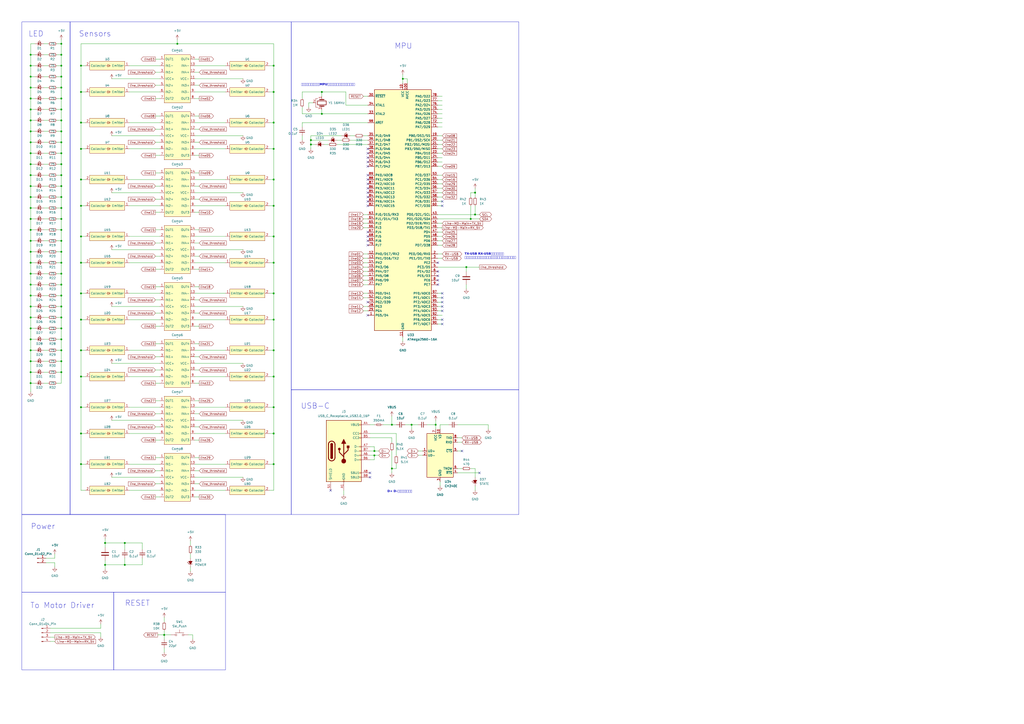
<source format=kicad_sch>
(kicad_sch (version 20231120) (generator "eeschema") (generator_version "8.0")
  (paper "A2")
  (junction (at 60.96 314.96))
  (junction (at 17.78 139.7))
  (junction (at 17.78 215.9))
  (junction (at 35.56 44.45))
  (junction (at 17.78 57.15))
  (junction (at 35.56 146.05))
  (junction (at 17.78 146.05))
  (junction (at 158.75 137.16))
  (junction (at 17.78 158.75))
  (junction (at 35.56 69.85))
  (junction (at 17.78 63.5))
  (junction (at 35.56 190.5))
  (junction (at 35.56 152.4))
  (junction (at 35.56 88.9))
  (junction (at 158.75 119.38))
  (junction (at 17.78 133.35))
  (junction (at 46.99 170.18))
  (junction (at 35.56 158.75))
  (junction (at 17.78 69.85))
  (junction (at 238.76 246.38))
  (junction (at 17.78 165.1))
  (junction (at 158.75 53.34))
  (junction (at 275.59 111.76))
  (junction (at 227.33 271.78))
  (junction (at 17.78 101.6))
  (junction (at 275.59 124.46))
  (junction (at 46.99 185.42))
  (junction (at 270.51 154.94))
  (junction (at 158.75 38.1))
  (junction (at 35.56 82.55))
  (junction (at 35.56 50.8))
  (junction (at 158.75 71.12))
  (junction (at 35.56 127))
  (junction (at 17.78 82.55))
  (junction (at 46.99 137.16))
  (junction (at 17.78 152.4))
  (junction (at 186.69 53.34))
  (junction (at 35.56 114.3))
  (junction (at 17.78 31.75))
  (junction (at 35.56 203.2))
  (junction (at 158.75 251.46))
  (junction (at 227.33 246.38))
  (junction (at 46.99 203.2))
  (junction (at 35.56 165.1))
  (junction (at 17.78 177.8))
  (junction (at 46.99 269.24))
  (junction (at 180.34 83.82))
  (junction (at 35.56 57.15))
  (junction (at 17.78 114.3))
  (junction (at 102.87 25.4))
  (junction (at 233.68 45.72))
  (junction (at 17.78 95.25))
  (junction (at 46.99 119.38))
  (junction (at 217.17 261.62))
  (junction (at 35.56 215.9))
  (junction (at 35.56 76.2))
  (junction (at 17.78 171.45))
  (junction (at 35.56 184.15))
  (junction (at 158.75 170.18))
  (junction (at 273.05 127))
  (junction (at 17.78 209.55))
  (junction (at 158.75 185.42))
  (junction (at 158.75 269.24))
  (junction (at 180.34 81.28))
  (junction (at 35.56 95.25))
  (junction (at 17.78 127))
  (junction (at 46.99 104.14))
  (junction (at 17.78 44.45))
  (junction (at 46.99 152.4))
  (junction (at 46.99 53.34))
  (junction (at 35.56 38.1))
  (junction (at 35.56 25.4))
  (junction (at 35.56 196.85))
  (junction (at 46.99 86.36))
  (junction (at 17.78 190.5))
  (junction (at 158.75 152.4))
  (junction (at 46.99 218.44))
  (junction (at 17.78 184.15))
  (junction (at 158.75 218.44))
  (junction (at 46.99 71.12))
  (junction (at 17.78 120.65))
  (junction (at 35.56 63.5))
  (junction (at 35.56 120.65))
  (junction (at 72.39 327.66))
  (junction (at 17.78 196.85))
  (junction (at 72.39 314.96))
  (junction (at 35.56 101.6))
  (junction (at 17.78 76.2))
  (junction (at 35.56 133.35))
  (junction (at 17.78 203.2))
  (junction (at 158.75 203.2))
  (junction (at 252.73 246.38))
  (junction (at 35.56 171.45))
  (junction (at 95.25 368.3))
  (junction (at 158.75 86.36))
  (junction (at 35.56 31.75))
  (junction (at 46.99 236.22))
  (junction (at 17.78 107.95))
  (junction (at 158.75 104.14))
  (junction (at 17.78 50.8))
  (junction (at 46.99 38.1))
  (junction (at 17.78 38.1))
  (junction (at 17.78 88.9))
  (junction (at 35.56 209.55))
  (junction (at 35.56 107.95))
  (junction (at 217.17 264.16))
  (junction (at 186.69 66.04))
  (junction (at 158.75 236.22))
  (junction (at 17.78 222.25))
  (junction (at 35.56 139.7))
  (junction (at 35.56 177.8))
  (junction (at 46.99 251.46))
  (junction (at 60.96 327.66))
  (no_connect (at 213.36 139.7))
  (no_connect (at 267.97 261.62))
  (no_connect (at 256.54 180.34))
  (no_connect (at 213.36 114.3))
  (no_connect (at 213.36 109.22))
  (no_connect (at 256.54 187.96))
  (no_connect (at 256.54 170.18))
  (no_connect (at 213.36 104.14))
  (no_connect (at 256.54 172.72))
  (no_connect (at 254 162.56))
  (no_connect (at 256.54 119.38))
  (no_connect (at 213.36 101.6))
  (no_connect (at 213.36 142.24))
  (no_connect (at 214.63 274.32))
  (no_connect (at 213.36 86.36))
  (no_connect (at 213.36 111.76))
  (no_connect (at 256.54 185.42))
  (no_connect (at 213.36 116.84))
  (no_connect (at 213.36 96.52))
  (no_connect (at 213.36 175.26))
  (no_connect (at 254 165.1))
  (no_connect (at 256.54 175.26))
  (no_connect (at 213.36 88.9))
  (no_connect (at 254 157.48))
  (no_connect (at 213.36 93.98))
  (no_connect (at 191.77 284.48))
  (no_connect (at 278.13 274.32))
  (no_connect (at 256.54 177.8))
  (no_connect (at 213.36 91.44))
  (no_connect (at 213.36 106.68))
  (no_connect (at 214.63 276.86))
  (no_connect (at 254 152.4))
  (no_connect (at 254 160.02))
  (no_connect (at 213.36 134.62))
  (no_connect (at 213.36 182.88))
  (no_connect (at 213.36 119.38))
  (no_connect (at 213.36 137.16))
  (no_connect (at 256.54 116.84))
  (wire (pts (xy 156.21 71.12) (xy 158.75 71.12)))
  (wire (pts (xy 20.32 114.3) (xy 17.78 114.3)))
  (wire (pts (xy 158.75 38.1) (xy 158.75 53.34)))
  (wire (pts (xy 180.34 78.74) (xy 198.12 78.74)))
  (wire (pts (xy 33.02 107.95) (xy 35.56 107.95)))
  (wire (pts (xy 46.99 251.46) (xy 49.53 251.46)))
  (wire (pts (xy 64.77 210.82) (xy 92.71 210.82)))
  (wire (pts (xy 17.78 120.65) (xy 17.78 127)))
  (wire (pts (xy 33.02 50.8) (xy 35.56 50.8)))
  (wire (pts (xy 64.77 78.74) (xy 92.71 78.74)))
  (wire (pts (xy 214.63 251.46) (xy 229.87 251.46)))
  (wire (pts (xy 265.43 256.54) (xy 267.97 256.54)))
  (wire (pts (xy 25.4 88.9) (xy 27.94 88.9)))
  (wire (pts (xy 33.02 76.2) (xy 35.56 76.2)))
  (wire (pts (xy 20.32 127) (xy 17.78 127)))
  (wire (pts (xy 90.17 107.95) (xy 92.71 107.95)))
  (wire (pts (xy 33.02 57.15) (xy 35.56 57.15)))
  (wire (pts (xy 17.78 57.15) (xy 17.78 63.5)))
  (wire (pts (xy 179.07 59.69) (xy 179.07 62.23)))
  (wire (pts (xy 254 101.6) (xy 256.54 101.6)))
  (wire (pts (xy 74.93 53.34) (xy 92.71 53.34)))
  (wire (pts (xy 113.03 152.4) (xy 130.81 152.4)))
  (wire (pts (xy 46.99 104.14) (xy 46.99 119.38)))
  (wire (pts (xy 64.77 111.76) (xy 92.71 111.76)))
  (wire (pts (xy 20.32 31.75) (xy 17.78 31.75)))
  (wire (pts (xy 158.75 185.42) (xy 156.21 185.42)))
  (wire (pts (xy 256.54 93.98) (xy 254 93.98)))
  (wire (pts (xy 210.82 165.1) (xy 213.36 165.1)))
  (wire (pts (xy 74.93 119.38) (xy 92.71 119.38)))
  (wire (pts (xy 25.4 120.65) (xy 27.94 120.65)))
  (wire (pts (xy 110.49 323.85) (xy 110.49 321.31)))
  (wire (pts (xy 17.78 101.6) (xy 17.78 107.95)))
  (wire (pts (xy 90.17 265.43) (xy 92.71 265.43)))
  (wire (pts (xy 236.22 45.72) (xy 236.22 48.26)))
  (wire (pts (xy 60.96 327.66) (xy 60.96 330.2)))
  (wire (pts (xy 33.02 215.9) (xy 35.56 215.9)))
  (wire (pts (xy 35.56 120.65) (xy 35.56 127)))
  (wire (pts (xy 20.32 95.25) (xy 17.78 95.25)))
  (wire (pts (xy 238.76 248.92) (xy 238.76 246.38)))
  (wire (pts (xy 82.55 314.96) (xy 82.55 318.77)))
  (wire (pts (xy 20.32 57.15) (xy 17.78 57.15)))
  (wire (pts (xy 254 127) (xy 273.05 127)))
  (wire (pts (xy 46.99 218.44) (xy 46.99 236.22)))
  (wire (pts (xy 256.54 182.88) (xy 254 182.88)))
  (wire (pts (xy 180.34 83.82) (xy 180.34 86.36)))
  (wire (pts (xy 33.02 69.85) (xy 35.56 69.85)))
  (wire (pts (xy 26.67 323.85) (xy 31.75 323.85)))
  (wire (pts (xy 20.32 196.85) (xy 17.78 196.85)))
  (wire (pts (xy 29.21 364.49) (xy 58.42 364.49)))
  (wire (pts (xy 110.49 316.23) (xy 110.49 313.69)))
  (wire (pts (xy 175.26 53.34) (xy 186.69 53.34)))
  (wire (pts (xy 17.78 184.15) (xy 17.78 190.5)))
  (wire (pts (xy 113.03 251.46) (xy 130.81 251.46)))
  (wire (pts (xy 195.58 83.82) (xy 213.36 83.82)))
  (wire (pts (xy 35.56 190.5) (xy 35.56 196.85)))
  (wire (pts (xy 275.59 281.94) (xy 275.59 284.48)))
  (wire (pts (xy 113.03 185.42) (xy 130.81 185.42)))
  (wire (pts (xy 213.36 60.96) (xy 200.66 60.96)))
  (wire (pts (xy 17.78 177.8) (xy 17.78 184.15)))
  (wire (pts (xy 254 104.14) (xy 256.54 104.14)))
  (wire (pts (xy 72.39 314.96) (xy 82.55 314.96)))
  (wire (pts (xy 256.54 172.72) (xy 254 172.72)))
  (wire (pts (xy 35.56 69.85) (xy 35.56 76.2)))
  (wire (pts (xy 20.32 215.9) (xy 17.78 215.9)))
  (wire (pts (xy 95.25 360.68) (xy 95.25 358.14)))
  (wire (pts (xy 254 124.46) (xy 275.59 124.46)))
  (wire (pts (xy 90.17 82.55) (xy 92.71 82.55)))
  (wire (pts (xy 115.57 156.21) (xy 113.03 156.21)))
  (wire (pts (xy 140.97 111.76) (xy 113.03 111.76)))
  (wire (pts (xy 74.93 71.12) (xy 92.71 71.12)))
  (wire (pts (xy 90.17 207.01) (xy 92.71 207.01)))
  (wire (pts (xy 35.56 127) (xy 35.56 133.35)))
  (wire (pts (xy 17.78 107.95) (xy 17.78 114.3)))
  (wire (pts (xy 214.63 246.38) (xy 217.17 246.38)))
  (wire (pts (xy 95.25 368.3) (xy 99.06 368.3)))
  (wire (pts (xy 256.54 177.8) (xy 254 177.8)))
  (wire (pts (xy 17.78 63.5) (xy 17.78 69.85)))
  (wire (pts (xy 90.17 280.67) (xy 92.71 280.67)))
  (wire (pts (xy 33.02 184.15) (xy 35.56 184.15)))
  (wire (pts (xy 25.4 184.15) (xy 27.94 184.15)))
  (wire (pts (xy 35.56 203.2) (xy 35.56 209.55)))
  (wire (pts (xy 90.17 166.37) (xy 92.71 166.37)))
  (wire (pts (xy 20.32 165.1) (xy 17.78 165.1)))
  (wire (pts (xy 35.56 95.25) (xy 35.56 101.6)))
  (wire (pts (xy 46.99 53.34) (xy 49.53 53.34)))
  (wire (pts (xy 74.93 104.14) (xy 92.71 104.14)))
  (wire (pts (xy 46.99 119.38) (xy 46.99 137.16)))
  (wire (pts (xy 35.56 158.75) (xy 35.56 165.1)))
  (wire (pts (xy 210.82 162.56) (xy 213.36 162.56)))
  (wire (pts (xy 254 66.04) (xy 256.54 66.04)))
  (wire (pts (xy 20.32 146.05) (xy 17.78 146.05)))
  (wire (pts (xy 72.39 323.85) (xy 72.39 327.66)))
  (wire (pts (xy 210.82 152.4) (xy 213.36 152.4)))
  (wire (pts (xy 278.13 127) (xy 273.05 127)))
  (wire (pts (xy 25.4 76.2) (xy 27.94 76.2)))
  (wire (pts (xy 90.17 57.15) (xy 92.71 57.15)))
  (wire (pts (xy 25.4 171.45) (xy 27.94 171.45)))
  (wire (pts (xy 17.78 152.4) (xy 17.78 158.75)))
  (wire (pts (xy 25.4 139.7) (xy 27.94 139.7)))
  (wire (pts (xy 256.54 170.18) (xy 254 170.18)))
  (wire (pts (xy 46.99 137.16) (xy 49.53 137.16)))
  (wire (pts (xy 20.32 107.95) (xy 17.78 107.95)))
  (wire (pts (xy 115.57 189.23) (xy 113.03 189.23)))
  (wire (pts (xy 115.57 133.35) (xy 113.03 133.35)))
  (wire (pts (xy 20.32 69.85) (xy 17.78 69.85)))
  (wire (pts (xy 115.57 115.57) (xy 113.03 115.57)))
  (wire (pts (xy 25.4 44.45) (xy 27.94 44.45)))
  (wire (pts (xy 278.13 154.94) (xy 270.51 154.94)))
  (wire (pts (xy 175.26 62.23) (xy 175.26 66.04)))
  (wire (pts (xy 156.21 170.18) (xy 158.75 170.18)))
  (wire (pts (xy 74.93 236.22) (xy 92.71 236.22)))
  (wire (pts (xy 17.78 31.75) (xy 17.78 38.1)))
  (wire (pts (xy 254 154.94) (xy 270.51 154.94)))
  (wire (pts (xy 95.25 368.3) (xy 95.25 365.76)))
  (wire (pts (xy 33.02 209.55) (xy 35.56 209.55)))
  (wire (pts (xy 113.03 137.16) (xy 130.81 137.16)))
  (wire (pts (xy 158.75 86.36) (xy 158.75 104.14)))
  (wire (pts (xy 46.99 104.14) (xy 49.53 104.14)))
  (wire (pts (xy 180.34 83.82) (xy 182.88 83.82)))
  (wire (pts (xy 33.02 101.6) (xy 35.56 101.6)))
  (wire (pts (xy 256.54 137.16) (xy 254 137.16)))
  (wire (pts (xy 275.59 124.46) (xy 278.13 124.46)))
  (wire (pts (xy 186.69 53.34) (xy 186.69 55.88)))
  (wire (pts (xy 17.78 114.3) (xy 17.78 120.65)))
  (wire (pts (xy 17.78 165.1) (xy 17.78 171.45)))
  (wire (pts (xy 227.33 254) (xy 227.33 256.54)))
  (wire (pts (xy 210.82 124.46) (xy 213.36 124.46)))
  (wire (pts (xy 74.93 185.42) (xy 92.71 185.42)))
  (wire (pts (xy 25.4 107.95) (xy 27.94 107.95)))
  (wire (pts (xy 90.17 232.41) (xy 92.71 232.41)))
  (wire (pts (xy 156.21 203.2) (xy 158.75 203.2)))
  (wire (pts (xy 33.02 114.3) (xy 35.56 114.3)))
  (wire (pts (xy 265.43 254) (xy 267.97 254)))
  (wire (pts (xy 20.32 184.15) (xy 17.78 184.15)))
  (wire (pts (xy 17.78 44.45) (xy 17.78 50.8)))
  (wire (pts (xy 17.78 215.9) (xy 17.78 222.25)))
  (wire (pts (xy 90.17 67.31) (xy 92.71 67.31)))
  (wire (pts (xy 35.56 63.5) (xy 35.56 69.85)))
  (wire (pts (xy 20.32 63.5) (xy 17.78 63.5)))
  (wire (pts (xy 25.4 190.5) (xy 27.94 190.5)))
  (wire (pts (xy 158.75 218.44) (xy 158.75 236.22)))
  (wire (pts (xy 90.17 199.39) (xy 92.71 199.39)))
  (wire (pts (xy 33.02 158.75) (xy 35.56 158.75)))
  (wire (pts (xy 217.17 264.16) (xy 219.71 264.16)))
  (wire (pts (xy 270.51 165.1) (xy 270.51 167.64)))
  (wire (pts (xy 17.78 139.7) (xy 17.78 146.05)))
  (wire (pts (xy 74.93 284.48) (xy 92.71 284.48)))
  (wire (pts (xy 256.54 180.34) (xy 254 180.34)))
  (wire (pts (xy 90.17 247.65) (xy 92.71 247.65)))
  (wire (pts (xy 254 132.08) (xy 256.54 132.08)))
  (wire (pts (xy 273.05 119.38) (xy 273.05 127)))
  (wire (pts (xy 254 149.86) (xy 256.54 149.86)))
  (wire (pts (xy 115.57 82.55) (xy 113.03 82.55)))
  (wire (pts (xy 90.17 140.97) (xy 92.71 140.97)))
  (wire (pts (xy 74.93 152.4) (xy 92.71 152.4)))
  (wire (pts (xy 46.99 284.48) (xy 49.53 284.48)))
  (wire (pts (xy 17.78 82.55) (xy 17.78 88.9)))
  (wire (pts (xy 74.93 269.24) (xy 92.71 269.24)))
  (wire (pts (xy 242.57 264.16) (xy 245.11 264.16)))
  (wire (pts (xy 156.21 269.24) (xy 158.75 269.24)))
  (wire (pts (xy 95.25 375.92) (xy 95.25 378.46)))
  (wire (pts (xy 222.25 246.38) (xy 227.33 246.38)))
  (wire (pts (xy 82.55 323.85) (xy 82.55 327.66)))
  (wire (pts (xy 256.54 187.96) (xy 254 187.96)))
  (wire (pts (xy 255.27 279.4) (xy 255.27 281.94)))
  (wire (pts (xy 179.07 59.69) (xy 181.61 59.69)))
  (wire (pts (xy 156.21 137.16) (xy 158.75 137.16)))
  (wire (pts (xy 140.97 210.82) (xy 113.03 210.82)))
  (wire (pts (xy 115.57 273.05) (xy 113.03 273.05)))
  (wire (pts (xy 90.17 133.35) (xy 92.71 133.35)))
  (wire (pts (xy 46.99 236.22) (xy 46.99 251.46)))
  (wire (pts (xy 113.03 86.36) (xy 130.81 86.36)))
  (wire (pts (xy 252.73 243.84) (xy 252.73 246.38)))
  (wire (pts (xy 74.93 251.46) (xy 92.71 251.46)))
  (wire (pts (xy 35.56 38.1) (xy 35.56 44.45)))
  (wire (pts (xy 20.32 25.4) (xy 17.78 25.4)))
  (wire (pts (xy 33.02 120.65) (xy 35.56 120.65)))
  (wire (pts (xy 33.02 25.4) (xy 35.56 25.4)))
  (wire (pts (xy 265.43 261.62) (xy 267.97 261.62)))
  (wire (pts (xy 29.21 367.03) (xy 58.42 367.03)))
  (wire (pts (xy 115.57 90.17) (xy 113.03 90.17)))
  (wire (pts (xy 74.93 38.1) (xy 92.71 38.1)))
  (wire (pts (xy 234.95 246.38) (xy 238.76 246.38)))
  (wire (pts (xy 113.03 119.38) (xy 130.81 119.38)))
  (wire (pts (xy 115.57 173.99) (xy 113.03 173.99)))
  (wire (pts (xy 74.93 218.44) (xy 92.71 218.44)))
  (wire (pts (xy 90.17 74.93) (xy 92.71 74.93)))
  (wire (pts (xy 273.05 271.78) (xy 275.59 271.78)))
  (wire (pts (xy 17.78 209.55) (xy 17.78 215.9)))
  (wire (pts (xy 46.99 203.2) (xy 49.53 203.2)))
  (wire (pts (xy 115.57 49.53) (xy 113.03 49.53)))
  (wire (pts (xy 33.02 146.05) (xy 35.56 146.05)))
  (wire (pts (xy 158.75 53.34) (xy 156.21 53.34)))
  (wire (pts (xy 115.57 34.29) (xy 113.03 34.29)))
  (wire (pts (xy 247.65 246.38) (xy 252.73 246.38)))
  (wire (pts (xy 115.57 232.41) (xy 113.03 232.41)))
  (wire (pts (xy 64.77 144.78) (xy 92.71 144.78)))
  (wire (pts (xy 20.32 50.8) (xy 17.78 50.8)))
  (wire (pts (xy 74.93 170.18) (xy 92.71 170.18)))
  (wire (pts (xy 210.82 172.72) (xy 213.36 172.72)))
  (wire (pts (xy 33.02 203.2) (xy 35.56 203.2)))
  (wire (pts (xy 35.56 139.7) (xy 35.56 146.05)))
  (wire (pts (xy 17.78 95.25) (xy 17.78 101.6)))
  (wire (pts (xy 25.4 222.25) (xy 27.94 222.25)))
  (wire (pts (xy 186.69 66.04) (xy 213.36 66.04)))
  (wire (pts (xy 25.4 101.6) (xy 27.94 101.6)))
  (wire (pts (xy 20.32 44.45) (xy 17.78 44.45)))
  (wire (pts (xy 217.17 259.08) (xy 217.17 261.62)))
  (wire (pts (xy 233.68 43.18) (xy 233.68 45.72)))
  (wire (pts (xy 17.78 222.25) (xy 17.78 227.33)))
  (wire (pts (xy 33.02 133.35) (xy 35.56 133.35)))
  (wire (pts (xy 115.57 265.43) (xy 113.03 265.43)))
  (wire (pts (xy 25.4 82.55) (xy 27.94 82.55)))
  (wire (pts (xy 25.4 38.1) (xy 27.94 38.1)))
  (wire (pts (xy 46.99 185.42) (xy 46.99 203.2)))
  (wire (pts (xy 210.82 180.34) (xy 213.36 180.34)))
  (wire (pts (xy 210.82 127) (xy 213.36 127)))
  (wire (pts (xy 90.17 214.63) (xy 92.71 214.63)))
  (wire (pts (xy 35.56 215.9) (xy 35.56 222.25)))
  (wire (pts (xy 90.17 123.19) (xy 92.71 123.19)))
  (wire (pts (xy 113.03 53.34) (xy 130.81 53.34)))
  (wire (pts (xy 46.99 185.42) (xy 49.53 185.42)))
  (wire (pts (xy 210.82 157.48) (xy 213.36 157.48)))
  (wire (pts (xy 233.68 45.72) (xy 236.22 45.72)))
  (wire (pts (xy 175.26 57.15) (xy 175.26 53.34)))
  (wire (pts (xy 256.54 86.36) (xy 254 86.36)))
  (wire (pts (xy 210.82 160.02) (xy 213.36 160.02)))
  (wire (pts (xy 180.34 81.28) (xy 190.5 81.28)))
  (wire (pts (xy 113.03 236.22) (xy 130.81 236.22)))
  (wire (pts (xy 229.87 271.78) (xy 227.33 271.78)))
  (wire (pts (xy 158.75 152.4) (xy 156.21 152.4)))
  (wire (pts (xy 33.02 31.75) (xy 35.56 31.75)))
  (wire (pts (xy 158.75 203.2) (xy 158.75 218.44)))
  (wire (pts (xy 17.78 146.05) (xy 17.78 152.4)))
  (wire (pts (xy 17.78 25.4) (xy 17.78 31.75)))
  (wire (pts (xy 60.96 327.66) (xy 72.39 327.66)))
  (wire (pts (xy 60.96 325.12) (xy 60.96 327.66)))
  (wire (pts (xy 35.56 184.15) (xy 35.56 190.5)))
  (wire (pts (xy 254 111.76) (xy 256.54 111.76)))
  (wire (pts (xy 46.99 269.24) (xy 49.53 269.24)))
  (wire (pts (xy 20.32 101.6) (xy 17.78 101.6)))
  (wire (pts (xy 35.56 25.4) (xy 35.56 31.75)))
  (wire (pts (xy 35.56 196.85) (xy 35.56 203.2)))
  (wire (pts (xy 35.56 107.95) (xy 35.56 114.3)))
  (wire (pts (xy 113.03 170.18) (xy 130.81 170.18)))
  (wire (pts (xy 35.56 31.75) (xy 35.56 38.1)))
  (wire (pts (xy 20.32 88.9) (xy 17.78 88.9)))
  (wire (pts (xy 158.75 104.14) (xy 158.75 119.38)))
  (wire (pts (xy 90.17 49.53) (xy 92.71 49.53)))
  (wire (pts (xy 90.17 34.29) (xy 92.71 34.29)))
  (wire (pts (xy 60.96 314.96) (xy 72.39 314.96)))
  (wire (pts (xy 200.66 53.34) (xy 200.66 60.96)))
  (wire (pts (xy 64.77 45.72) (xy 92.71 45.72)))
  (wire (pts (xy 227.33 271.78) (xy 227.33 274.32)))
  (wire (pts (xy 25.4 25.4) (xy 27.94 25.4)))
  (wire (pts (xy 254 147.32) (xy 256.54 147.32)))
  (wire (pts (xy 210.82 132.08) (xy 213.36 132.08)))
  (wire (pts (xy 25.4 127) (xy 27.94 127)))
  (wire (pts (xy 35.56 152.4) (xy 35.56 158.75)))
  (wire (pts (xy 20.32 190.5) (xy 17.78 190.5)))
  (wire (pts (xy 33.02 63.5) (xy 35.56 63.5)))
  (wire (pts (xy 115.57 240.03) (xy 113.03 240.03)))
  (wire (pts (xy 158.75 119.38) (xy 156.21 119.38)))
  (wire (pts (xy 20.32 203.2) (xy 17.78 203.2)))
  (wire (pts (xy 33.02 165.1) (xy 35.56 165.1)))
  (wire (pts (xy 25.4 196.85) (xy 27.94 196.85)))
  (wire (pts (xy 25.4 209.55) (xy 27.94 209.55)))
  (wire (pts (xy 156.21 104.14) (xy 158.75 104.14)))
  (wire (pts (xy 17.78 76.2) (xy 17.78 82.55)))
  (wire (pts (xy 20.32 38.1) (xy 17.78 38.1)))
  (wire (pts (xy 175.26 78.74) (xy 175.26 81.28)))
  (wire (pts (xy 90.17 273.05) (xy 92.71 273.05)))
  (wire (pts (xy 195.58 81.28) (xy 198.12 81.28)))
  (wire (pts (xy 25.4 57.15) (xy 27.94 57.15)))
  (wire (pts (xy 214.63 254) (xy 227.33 254)))
  (wire (pts (xy 90.17 255.27) (xy 92.71 255.27)))
  (wire (pts (xy 175.26 66.04) (xy 186.69 66.04)))
  (wire (pts (xy 33.02 190.5) (xy 35.56 190.5)))
  (wire (pts (xy 20.32 171.45) (xy 17.78 171.45)))
  (wire (pts (xy 90.17 41.91) (xy 92.71 41.91)))
  (wire (pts (xy 33.02 152.4) (xy 35.56 152.4)))
  (wire (pts (xy 25.4 158.75) (xy 27.94 158.75)))
  (wire (pts (xy 140.97 243.84) (xy 113.03 243.84)))
  (wire (pts (xy 140.97 144.78) (xy 113.03 144.78)))
  (wire (pts (xy 256.54 78.74) (xy 254 78.74)))
  (wire (pts (xy 256.54 83.82) (xy 254 83.82)))
  (wire (pts (xy 17.78 190.5) (xy 17.78 196.85)))
  (wire (pts (xy 254 73.66) (xy 256.54 73.66)))
  (wire (pts (xy 229.87 251.46) (xy 229.87 264.16)))
  (wire (pts (xy 256.54 96.52) (xy 254 96.52)))
  (wire (pts (xy 25.4 69.85) (xy 27.94 69.85)))
  (wire (pts (xy 33.02 171.45) (xy 35.56 171.45)))
  (wire (pts (xy 254 119.38) (xy 256.54 119.38)))
  (wire (pts (xy 31.75 326.39) (xy 31.75 328.93)))
  (wire (pts (xy 33.02 222.25) (xy 35.56 222.25)))
  (wire (pts (xy 35.56 76.2) (xy 35.56 82.55)))
  (wire (pts (xy 46.99 25.4) (xy 102.87 25.4)))
  (wire (pts (xy 33.02 196.85) (xy 35.56 196.85)))
  (wire (pts (xy 229.87 269.24) (xy 229.87 271.78)))
  (wire (pts (xy 46.99 71.12) (xy 49.53 71.12)))
  (wire (pts (xy 33.02 38.1) (xy 35.56 38.1)))
  (wire (pts (xy 46.99 269.24) (xy 46.99 284.48)))
  (wire (pts (xy 25.4 31.75) (xy 27.94 31.75)))
  (wire (pts (xy 35.56 165.1) (xy 35.56 171.45)))
  (wire (pts (xy 254 58.42) (xy 256.54 58.42)))
  (wire (pts (xy 115.57 41.91) (xy 113.03 41.91)))
  (wire (pts (xy 186.69 53.34) (xy 200.66 53.34)))
  (wire (pts (xy 273.05 111.76) (xy 275.59 111.76)))
  (wire (pts (xy 140.97 45.72) (xy 113.03 45.72)))
  (wire (pts (xy 210.82 147.32) (xy 213.36 147.32)))
  (wire (pts (xy 46.99 251.46) (xy 46.99 269.24)))
  (wire (pts (xy 115.57 57.15) (xy 113.03 57.15)))
  (wire (pts (xy 25.4 114.3) (xy 27.94 114.3)))
  (wire (pts (xy 275.59 271.78) (xy 275.59 276.86)))
  (wire (pts (xy 46.99 119.38) (xy 49.53 119.38)))
  (wire (pts (xy 210.82 149.86) (xy 213.36 149.86)))
  (wire (pts (xy 46.99 152.4) (xy 49.53 152.4)))
  (wire (pts (xy 17.78 196.85) (xy 17.78 203.2)))
  (wire (pts (xy 90.17 288.29) (xy 92.71 288.29)))
  (wire (pts (xy 275.59 109.22) (xy 275.59 111.76)))
  (wire (pts (xy 74.93 203.2) (xy 92.71 203.2)))
  (wire (pts (xy 33.02 127) (xy 35.56 127)))
  (wire (pts (xy 33.02 82.55) (xy 35.56 82.55)))
  (wire (pts (xy 203.2 78.74) (xy 205.74 78.74)))
  (wire (pts (xy 33.02 44.45) (xy 35.56 44.45)))
  (wire (pts (xy 256.54 185.42) (xy 254 185.42)))
  (wire (pts (xy 210.82 154.94) (xy 213.36 154.94)))
  (wire (pts (xy 158.75 185.42) (xy 158.75 203.2)))
  (wire (pts (xy 254 68.58) (xy 256.54 68.58)))
  (wire (pts (xy 255.27 246.38) (xy 255.27 248.92)))
  (wire (pts (xy 46.99 236.22) (xy 49.53 236.22)))
  (wire (pts (xy 214.63 261.62) (xy 217.17 261.62)))
  (wire (pts (xy 90.17 100.33) (xy 92.71 100.33)))
  (wire (pts (xy 90.17 240.03) (xy 92.71 240.03)))
  (wire (pts (xy 115.57 67.31) (xy 113.03 67.31)))
  (wire (pts (xy 254 60.96) (xy 256.54 60.96)))
  (wire (pts (xy 46.99 25.4) (xy 46.99 38.1)))
  (wire (pts (xy 210.82 55.88) (xy 213.36 55.88)))
  (wire (pts (xy 238.76 246.38) (xy 242.57 246.38)))
  (wire (pts (xy 186.69 63.5) (xy 186.69 66.04)))
  (wire (pts (xy 29.21 372.11) (xy 31.75 372.11)))
  (wire (pts (xy 35.56 57.15) (xy 35.56 63.5)))
  (wire (pts (xy 158.75 251.46) (xy 156.21 251.46)))
  (wire (pts (xy 46.99 53.34) (xy 46.99 71.12)))
  (wire (pts (xy 58.42 361.95) (xy 58.42 364.49)))
  (wire (pts (xy 254 114.3) (xy 256.54 114.3)))
  (wire (pts (xy 115.57 222.25) (xy 113.03 222.25)))
  (wire (pts (xy 20.32 152.4) (xy 17.78 152.4)))
  (wire (pts (xy 265.43 274.32) (xy 278.13 274.32)))
  (wire (pts (xy 35.56 50.8) (xy 35.56 57.15)))
  (wire (pts (xy 140.97 78.74) (xy 113.03 78.74)))
  (wire (pts (xy 64.77 276.86) (xy 92.71 276.86)))
  (wire (pts (xy 90.17 173.99) (xy 92.71 173.99)))
  (wire (pts (xy 227.33 241.3) (xy 227.33 246.38)))
  (wire (pts (xy 60.96 314.96) (xy 60.96 312.42)))
  (wire (pts (xy 158.75 170.18) (xy 158.75 185.42)))
  (wire (pts (xy 158.75 284.48) (xy 156.21 284.48)))
  (wire (pts (xy 158.75 25.4) (xy 158.75 38.1)))
  (wire (pts (xy 210.82 177.8) (xy 213.36 177.8)))
  (wire (pts (xy 33.02 139.7) (xy 35.56 139.7)))
  (wire (pts (xy 265.43 271.78) (xy 267.97 271.78)))
  (wire (pts (xy 72.39 314.96) (xy 72.39 318.77)))
  (wire (pts (xy 233.68 195.58) (xy 233.68 198.12)))
  (wire (pts (xy 115.57 100.33) (xy 113.03 100.33)))
  (wire (pts (xy 229.87 246.38) (xy 227.33 246.38)))
  (wire (pts (xy 90.17 156.21) (xy 92.71 156.21)))
  (wire (pts (xy 46.99 71.12) (xy 46.99 86.36)))
  (wire (pts (xy 254 106.68) (xy 256.54 106.68)))
  (wire (pts (xy 25.4 203.2) (xy 27.94 203.2)))
  (wire (pts (xy 252.73 246.38) (xy 252.73 248.92)))
  (wire (pts (xy 113.03 177.8) (xy 140.97 177.8)))
  (wire (pts (xy 115.57 214.63) (xy 113.03 214.63)))
  (wire (pts (xy 17.78 158.75) (xy 17.78 165.1)))
  (wire (pts (xy 20.32 133.35) (xy 17.78 133.35)))
  (wire (pts (xy 46.99 170.18) (xy 49.53 170.18)))
  (wire (pts (xy 115.57 199.39) (xy 113.03 199.39)))
  (wire (pts (xy 180.34 81.28) (xy 180.34 83.82)))
  (wire (pts (xy 46.99 203.2) (xy 46.99 218.44)))
  (wire (pts (xy 17.78 38.1) (xy 17.78 44.45)))
  (wire (pts (xy 254 129.54) (xy 256.54 129.54)))
  (wire (pts (xy 254 63.5) (xy 256.54 63.5)))
  (wire (pts (xy 214.63 264.16) (xy 217.17 264.16)))
  (wire (pts (xy 113.03 38.1) (xy 130.81 38.1)))
  (wire (pts (xy 275.59 111.76) (xy 275.59 114.3)))
  (wire (pts (xy 255.27 246.38) (xy 260.35 246.38)))
  (wire (pts (xy 46.99 170.18) (xy 46.99 185.42)))
  (wire (pts (xy 25.4 146.05) (xy 27.94 146.05)))
  (wire (pts (xy 46.99 137.16) (xy 46.99 152.4)))
  (wire (pts (xy 35.56 82.55) (xy 35.56 88.9)))
  (wire (pts (xy 20.32 158.75) (xy 17.78 158.75)))
  (wire (pts (xy 46.99 38.1) (xy 46.99 53.34)))
  (wire (pts (xy 20.32 82.55) (xy 17.78 82.55)))
  (wire (pts (xy 283.21 248.92) (xy 283.21 246.38)))
  (wire (pts (xy 175.26 71.12) (xy 213.36 71.12)))
  (wire (pts (xy 31.75 321.31) (xy 31.75 323.85)))
  (wire (pts (xy 17.78 50.8) (xy 17.78 57.15)))
  (wire (pts (xy 109.22 368.3) (xy 111.76 368.3)))
  (wire (pts (xy 265.43 246.38) (xy 283.21 246.38)))
  (wire (pts (xy 90.17 115.57) (xy 92.71 115.57)))
  (wire (pts (xy 156.21 236.22) (xy 158.75 236.22)))
  (wire (pts (xy 29.21 369.57) (xy 31.75 369.57)))
  (wire (pts (xy 242.57 261.62) (xy 245.11 261.62)))
  (wire (pts (xy 64.77 177.8) (xy 92.71 177.8)))
  (wire (pts (xy 158.75 119.38) (xy 158.75 137.16)))
  (wire (pts (xy 20.32 209.55) (xy 17.78 209.55)))
  (wire (pts (xy 158.75 86.36) (xy 156.21 86.36)))
  (wire (pts (xy 158.75 152.4) (xy 158.75 170.18)))
  (wire (pts (xy 35.56 146.05) (xy 35.56 152.4)))
  (wire (pts (xy 20.32 222.25) (xy 17.78 222.25)))
  (wire (pts (xy 256.54 88.9) (xy 254 88.9)))
  (wire (pts (xy 35.56 171.45) (xy 35.56 177.8)))
  (wire (pts (xy 275.59 119.38) (xy 275.59 124.46)))
  (wire (pts (xy 60.96 317.5) (xy 60.96 314.96)))
  (wire (pts (xy 270.51 154.94) (xy 270.51 157.48)))
  (wire (pts (xy 254 109.22) (xy 256.54 109.22)))
  (wire (pts (xy 20.32 139.7) (xy 17.78 139.7)))
  (wire (pts (xy 113.03 218.44) (xy 130.81 218.44)))
  (wire (pts (xy 35.56 22.86) (xy 35.56 25.4)))
  (wire (pts (xy 254 142.24) (xy 256.54 142.24)))
  (wire (pts (xy 35.56 177.8) (xy 35.56 184.15)))
  (wire (pts (xy 35.56 44.45) (xy 35.56 50.8)))
  (wire (pts (xy 46.99 152.4) (xy 46.99 170.18)))
  (wire (pts (xy 115.57 207.01) (xy 113.03 207.01)))
  (wire (pts (xy 113.03 203.2) (xy 130.81 203.2)))
  (wire (pts (xy 158.75 137.16) (xy 158.75 152.4)))
  (wire (pts (xy 175.26 71.12) (xy 175.26 73.66)))
  (wire (pts (xy 90.17 90.17) (xy 92.71 90.17)))
  (wire (pts (xy 115.57 148.59) (xy 113.03 148.59)))
  (wire (pts (xy 203.2 81.28) (xy 213.36 81.28)))
  (wire (pts (xy 17.78 133.35) (xy 17.78 139.7)))
  (wire (pts (xy 20.32 120.65) (xy 17.78 120.65)))
  (wire (pts (xy 210.82 170.18) (xy 213.36 170.18)))
  (wire (pts (xy 74.93 137.16) (xy 92.71 137.16)))
  (wire (pts (xy 25.4 215.9) (xy 27.94 215.9)))
  (wire (pts (xy 115.57 255.27) (xy 113.03 255.27)))
  (wire (pts (xy 256.54 81.28) (xy 254 81.28)))
  (wire (pts (xy 17.78 88.9) (xy 17.78 95.25)))
  (wire (pts (xy 158.75 38.1) (xy 156.21 38.1)))
  (wire (pts (xy 25.4 95.25) (xy 27.94 95.25)))
  (wire (pts (xy 111.76 368.3) (xy 111.76 370.84)))
  (wire (pts (xy 254 55.88) (xy 256.54 55.88)))
  (wire (pts (xy 115.57 288.29) (xy 113.03 288.29)))
  (wire (pts (xy 214.63 266.7) (xy 217.17 266.7)))
  (wire (pts (xy 256.54 134.62) (xy 254 134.62)))
  (wire (pts (xy 46.99 86.36) (xy 46.99 104.14)))
  (wire (pts (xy 158.75 236.22) (xy 158.75 251.46)))
  (wire (pts (xy 90.17 181.61) (xy 92.71 181.61)))
  (wire (pts (xy 46.99 38.1) (xy 49.53 38.1)))
  (wire (pts (xy 20.32 76.2) (xy 17.78 76.2)))
  (wire (pts (xy 180.34 78.74) (xy 180.34 81.28)))
  (wire (pts (xy 110.49 328.93) (xy 110.49 331.47)))
  (wire (pts (xy 214.63 259.08) (xy 217.17 259.08)))
  (wire (pts (xy 217.17 261.62) (xy 219.71 261.62)))
  (wire (pts (xy 256.54 139.7) (xy 254 139.7)))
  (wire (pts (xy 25.4 50.8) (xy 27.94 50.8)))
  (wire (pts (xy 20.32 177.8) (xy 17.78 177.8)))
  (wire (pts (xy 35.56 133.35) (xy 35.56 139.7)))
  (wire (pts (xy 35.56 209.55) (xy 35.56 215.9)))
  (wire (pts (xy 210.82 129.54) (xy 213.36 129.54)))
  (wire (pts (xy 115.57 74.93) (xy 113.03 74.93)))
  (wire (pts (xy 74.93 86.36) (xy 92.71 86.36)))
  (wire (pts (xy 35.56 88.9) (xy 35.56 95.25)))
  (wire (pts (xy 113.03 71.12) (xy 130.81 71.12)))
  (wire (pts (xy 210.82 78.74) (xy 213.36 78.74)))
  (wire (pts (xy 33.02 88.9) (xy 35.56 88.9)))
  (wire (pts (xy 140.97 276.86) (xy 113.03 276.86)))
  (wire (pts (xy 115.57 107.95) (xy 113.03 107.95)))
  (wire (pts (xy 158.75 53.34) (xy 158.75 71.12)))
  (wire (pts (xy 26.67 326.39) (xy 31.75 326.39)))
  (wire (pts (xy 33.02 177.8) (xy 35.56 177.8)))
  (wire (pts (xy 113.03 284.48) (xy 130.81 284.48)))
  (wire (pts (xy 217.17 266.7) (xy 217.17 264.16)))
  (wire (pts (xy 90.17 189.23) (xy 92.71 189.23)))
  (wire (pts (xy 254 71.12) (xy 256.54 71.12)))
  (wire (pts (xy 102.87 25.4) (xy 158.75 25.4)))
  (wire (pts (xy 95.25 368.3) (xy 95.25 370.84)))
  (wire (pts (xy 273.05 114.3) (xy 273.05 111.76)))
  (wire (pts (xy 17.78 69.85) (xy 17.78 76.2)))
  (wire (pts (xy 115.57 166.37) (xy 113.03 166.37)))
  (wire (pts (xy 91.44 368.3) (xy 95.25 368.3)))
  (wire (pts (xy 46.99 86.36) (xy 49.53 86.36)))
  (wire (pts (xy 90.17 222.25) (xy 92.71 222.25)))
  (wire (pts (xy 158.75 218.44) (xy 156.21 218.44)))
  (wire (pts (xy 25.4 165.1) (xy 27.94 165.1)))
  (wire (pts (xy 158.75 71.12) (xy 158.75 86.36)))
  (wire (pts (xy 158.75 251.46) (xy 158.75 269.24)))
  (wire (pts (xy 90.17 148.59) (xy 92.71 148.59)))
  (wire (pts (xy 256.54 91.44) (xy 254 91.44)))
  (wire (pts (xy 115.57 247.65) (xy 113.03 247.65)))
  (wire (pts (xy 25.4 133.35) (xy 27.94 133.35)))
  (wire (pts (xy 187.96 83.82) (xy 190.5 83.82)))
  (wire (pts (xy 46.99 218.44) (xy 49.53 218.44)))
  (wire (pts (xy 35.56 101.6) (xy 35.56 107.95)))
  (wire (pts (xy 64.77 243.84) (xy 92.71 243.84)))
  (wire (pts (xy 113.03 104.14) (xy 130.81 104.14)))
  (wire (pts (xy 115.57 280.67) (xy 113.03 280.67)))
  (wire (pts (xy 115.57 123.19) (xy 113.03 123.19)))
  (wire (pts (xy 233.68 45.72) (xy 233.68 48.26)))
  (wire (pts (xy 158.75 269.24) (xy 158.75 284.48)))
  (wire (pts (xy 17.78 127) (xy 17.78 133.35)))
  (wire (pts (xy 35.56 114.3) (xy 35.56 120.65)))
  (wire (pts (xy 115.57 181.61) (xy 113.03 181.61)))
  (wire (pts (xy 58.42 367.03) (xy 58.42 369.57)))
  (wire (pts (xy 17.78 171.45) (xy 17.78 177.8)))
  (wire (pts (xy 33.02 95.25) (xy 35.56 95.25)))
  (wire (pts (xy 227.33 261.62) (xy 227.33 271.78)))
  (wire (pts (xy 25.4 177.8) (xy 27.94 177.8)))
  (wire (pts (xy 256.54 175.26) (xy 254 175.26)))
  (wire (pts (xy 25.4 63.5) (xy 27.94 63.5)))
  (wire (pts (xy 115.57 140.97) (xy 113.03 140.97)))
  (wire (pts (xy 254 116.84) (xy 256.54 116.84)))
  (wire (pts (xy 199.39 284.48) (xy 199.39 287.02)))
  (wire (pts (xy 17.78 203.2) (xy 17.78 209.55)))
  (wire (pts (xy 72.39 327.66) (xy 82.55 327.66)))
  (wire (pts (xy 102.87 22.86) (xy 102.87 25.4)))
  (wire (pts (xy 113.03 269.24) (xy 130.81 269.24)))
  (wire (pts (xy 25.4 152.4) (xy 27.94 152.4)))
  (rectangle (start 12.7 12.7) (end 40.64 298.45))
  (rectangle (start 12.7 298.45) (end 130.81 343.535))
  (rectangle (start 66.04 343.535) (end 130.81 388.62))
  (rectangle (start 168.91 12.7) (end 300.99 226.06))
  (rectangle (start 168.91 226.06) (end 300.99 298.45))
  (rectangle (start 12.7 343.535) (end 66.04 388.62))
  (rectangle (start 40.64 12.7) (end 168.91 298.45))
  (text "USB-C" (at 174.498 237.49 0) (effects (font (size 3.175 3.175)) (justify left bottom)))
  (text "RESET" (at 79.756 350.012 0) (effects (font (size 3.175 3.175))))
  (text "TX-USB RX-USBの配線の間に、\nノイズ対策用の抵抗を入れられるようにパターンを作っておく" (at 269.494 148.844 0) (effects (font (size 1.27 1.27) (thickness 0.254) (bold yes)) (justify left)))
  (text "LED" (at 16.51 21.59 0) (effects (font (size 3.175 3.175)) (justify left bottom)))
  (text "クロックの発振子からMPUのピンまでの距離は同距離にする" (at 174.752 49.53 0) (effects (font (size 1.27 1.27) (thickness 0.254) (bold yes)) (justify left)))
  (text "D+ D-間は短く配線する\n" (at 231.902 285.496 0) (effects (font (size 1.27 1.27) (thickness 0.254) (bold yes))))
  (text "To Motor Driver" (at 17.526 353.187 0) (effects (font (size 3.175 3.175)) (justify left bottom)))
  (text "Power" (at 17.78 307.34 0) (effects (font (size 3.175 3.175)) (justify left bottom)))
  (text "MPU" (at 228.854 28.702 0) (effects (font (size 3.175 3.175)) (justify left bottom)))
  (text "Sensors" (at 45.72 21.59 0) (effects (font (size 3.175 3.175)) (justify left bottom)))
  (global_label "line27" (shape output) (at 90.17 232.41 180) (property "Intersheetrefs" "${INTERSHEET_REFS}" (effects (hide yes))))
  (global_label "line_threshold" (shape input) (at 90.17 115.57 180) (property "Intersheetrefs" "${INTERSHEET_REFS}" (effects (hide yes))))
  (global_label "line_threshold" (shape input) (at 90.17 41.91 180) (property "Intersheetrefs" "${INTERSHEET_REFS}" (effects (hide yes))))
  (global_label "line21" (shape output) (at 115.57 199.39 0) (property "Intersheetrefs" "${INTERSHEET_REFS}" (effects (hide yes))))
  (global_label "line16" (shape input) (at 256.54 104.14 0) (property "Intersheetrefs" "${INTERSHEET_REFS}" (effects (hide yes))))
  (global_label "line09" (shape input) (at 256.54 96.52 0) (property "Intersheetrefs" "${INTERSHEET_REFS}" (effects (hide yes))))
  (global_label "line26" (shape input) (at 256.54 137.16 0) (property "Intersheetrefs" "${INTERSHEET_REFS}" (effects (hide yes))))
  (global_label "line08" (shape input) (at 256.54 78.74 0) (property "Intersheetrefs" "${INTERSHEET_REFS}" (effects (hide yes))))
  (global_label "line15" (shape input) (at 256.54 101.6 0) (property "Intersheetrefs" "${INTERSHEET_REFS}" (effects (hide yes))))
  (global_label "line_threshold" (shape input) (at 115.57 181.61 0) (property "Intersheetrefs" "${INTERSHEET_REFS}" (effects (hide yes))))
  (global_label "line_threshold" (shape input) (at 90.17 273.05 180) (property "Intersheetrefs" "${INTERSHEET_REFS}" (effects (hide yes))))
  (global_label "line_threshold" (shape input) (at 115.57 41.91 0) (property "Intersheetrefs" "${INTERSHEET_REFS}" (effects (hide yes))))
  (global_label "line_threshold" (shape input) (at 90.17 173.99 180) (property "Intersheetrefs" "${INTERSHEET_REFS}" (effects (hide yes))))
  (global_label "line25" (shape input) (at 256.54 134.62 0) (property "Intersheetrefs" "${INTERSHEET_REFS}" (effects (hide yes))))
  (global_label "line_threshold" (shape input) (at 115.57 214.63 0) (property "Intersheetrefs" "${INTERSHEET_REFS}" (effects (hide yes))))
  (global_label "RESET" (shape input) (at 210.82 55.88 180) (property "Intersheetrefs" "${INTERSHEET_REFS}" (effects (hide yes))))
  (global_label "line03" (shape output) (at 90.17 34.29 180) (property "Intersheetrefs" "${INTERSHEET_REFS}" (effects (hide yes))))
  (global_label "line19" (shape input) (at 210.82 129.54 180) (property "Intersheetrefs" "${INTERSHEET_REFS}" (effects (hide yes))))
  (global_label "line14" (shape output) (at 115.57 156.21 0) (property "Intersheetrefs" "${INTERSHEET_REFS}" (effects (hide yes))))
  (global_label "D-" (shape bidirectional) (at 242.57 264.16 180) (property "Intersheetrefs" "${INTERSHEET_REFS}" (effects (hide yes))))
  (global_label "line09" (shape output) (at 115.57 100.33 0) (property "Intersheetrefs" "${INTERSHEET_REFS}" (effects (hide yes))))
  (global_label "line10" (shape output) (at 115.57 123.19 0) (property "Intersheetrefs" "${INTERSHEET_REFS}" (effects (hide yes))))
  (global_label "line_threshold" (shape input) (at 115.57 240.03 0) (property "Intersheetrefs" "${INTERSHEET_REFS}" (effects (hide yes))))
  (global_label "D+" (shape bidirectional) (at 242.57 261.62 180) (property "Intersheetrefs" "${INTERSHEET_REFS}" (effects (hide yes))))
  (global_label "line20" (shape output) (at 90.17 189.23 180) (property "Intersheetrefs" "${INTERSHEET_REFS}" (effects (hide yes))))
  (global_label "RX-USB" (shape bidirectional) (at 256.54 147.32 0) (property "Intersheetrefs" "${INTERSHEET_REFS}" (effects (hide yes))))
  (global_label "line28" (shape output) (at 90.17 255.27 180) (property "Intersheetrefs" "${INTERSHEET_REFS}" (effects (hide yes))))
  (global_label "line28" (shape input) (at 256.54 142.24 0) (property "Intersheetrefs" "${INTERSHEET_REFS}" (effects (hide yes))))
  (global_label "line13" (shape output) (at 115.57 133.35 0) (property "Intersheetrefs" "${INTERSHEET_REFS}" (effects (hide yes))))
  (global_label "D-" (shape bidirectional) (at 219.71 261.62 0) (property "Intersheetrefs" "${INTERSHEET_REFS}" (effects (hide yes))))
  (global_label "line32" (shape input) (at 256.54 114.3 0) (property "Intersheetrefs" "${INTERSHEET_REFS}" (effects (hide yes))))
  (global_label "line29" (shape input) (at 256.54 106.68 0) (property "Intersheetrefs" "${INTERSHEET_REFS}" (effects (hide yes))))
  (global_label "line16" (shape output) (at 90.17 156.21 180) (property "Intersheetrefs" "${INTERSHEET_REFS}" (effects (hide yes))))
  (global_label "Line-MD-Main=TX_5V" (shape input) (at 256.54 129.54 0) (property "Intersheetrefs" "${INTERSHEET_REFS}" (effects (hide yes))))
  (global_label "line02" (shape input) (at 210.82 149.86 180) (property "Intersheetrefs" "${INTERSHEET_REFS}" (effects (hide yes))))
  (global_label "line07" (shape input) (at 210.82 162.56 180) (property "Intersheetrefs" "${INTERSHEET_REFS}" (effects (hide yes))))
  (global_label "line17" (shape input) (at 210.82 124.46 180) (property "Intersheetrefs" "${INTERSHEET_REFS}" (effects (hide yes))))
  (global_label "line_threshold" (shape input) (at 115.57 173.99 0) (property "Intersheetrefs" "${INTERSHEET_REFS}" (effects (hide yes))))
  (global_label "line06" (shape output) (at 115.57 67.31 0) (property "Intersheetrefs" "${INTERSHEET_REFS}" (effects (hide yes))))
  (global_label "line10" (shape input) (at 210.82 165.1 180) (property "Intersheetrefs" "${INTERSHEET_REFS}" (effects (hide yes))))
  (global_label "line23" (shape input) (at 256.54 86.36 0) (property "Intersheetrefs" "${INTERSHEET_REFS}" (effects (hide yes))))
  (global_label "line06" (shape input) (at 210.82 160.02 180) (property "Intersheetrefs" "${INTERSHEET_REFS}" (effects (hide yes))))
  (global_label "line_threshold" (shape input) (at 90.17 148.59 180) (property "Intersheetrefs" "${INTERSHEET_REFS}" (effects (hide yes))))
  (global_label "TX-USB" (shape bidirectional) (at 256.54 149.86 0) (property "Intersheetrefs" "${INTERSHEET_REFS}" (effects (hide yes))))
  (global_label "line20" (shape input) (at 210.82 132.08 180) (property "Intersheetrefs" "${INTERSHEET_REFS}" (effects (hide yes))))
  (global_label "line04" (shape output) (at 90.17 57.15 180) (property "Intersheetrefs" "${INTERSHEET_REFS}" (effects (hide yes))))
  (global_label "line_threshold" (shape input) (at 115.57 82.55 0) (property "Intersheetrefs" "${INTERSHEET_REFS}" (effects (hide yes))))
  (global_label "line12" (shape output) (at 90.17 123.19 180) (property "Intersheetrefs" "${INTERSHEET_REFS}" (effects (hide yes))))
  (global_label "Line-MD-Main=RX_5V" (shape output) (at 256.54 132.08 0) (property "Intersheetrefs" "${INTERSHEET_REFS}" (effects (hide yes))))
  (global_label "line_threshold" (shape input) (at 115.57 140.97 0) (property "Intersheetrefs" "${INTERSHEET_REFS}" (effects (hide yes))))
  (global_label "line_threshold" (shape input) (at 90.17 82.55 180) (property "Intersheetrefs" "${INTERSHEET_REFS}" (effects (hide yes))))
  (global_label "line22" (shape input) (at 256.54 83.82 0) (property "Intersheetrefs" "${INTERSHEET_REFS}" (effects (hide yes))))
  (global_label "line07" (shape output) (at 90.17 90.17 180) (property "Intersheetrefs" "${INTERSHEET_REFS}" (effects (hide yes))))
  (global_label "line_threshold" (shape input) (at 90.17 140.97 180) (property "Intersheetrefs" "${INTERSHEET_REFS}" (effects (hide yes))))
  (global_label "line_threshold" (shape input) (at 115.57 247.65 0) (property "Intersheetrefs" "${INTERSHEET_REFS}" (effects (hide yes))))
  (global_label "line_threshold" (shape input) (at 115.57 74.93 0) (property "Intersheetrefs" "${INTERSHEET_REFS}" (effects (hide yes))))
  (global_label "line_threshold" (shape input) (at 90.17 74.93 180) (property "Intersheetrefs" "${INTERSHEET_REFS}" (effects (hide yes))))
  (global_label "line_threshold" (shape output) (at 278.13 154.94 0) (property "Intersheetrefs" "${INTERSHEET_REFS}" (effects (hide yes))))
  (global_label "D+" (shape bidirectional) (at 219.71 264.16 0) (property "Intersheetrefs" "${INTERSHEET_REFS}" (effects (hide yes))))
  (global_label "line29" (shape output) (at 115.57 265.43 0) (property "Intersheetrefs" "${INTERSHEET_REFS}" (effects (hide yes))))
  (global_label "line_threshold" (shape input) (at 90.17 280.67 180) (property "Intersheetrefs" "${INTERSHEET_REFS}" (effects (hide yes))))
  (global_label "RESET" (shape output) (at 91.44 368.3 180) (property "Intersheetrefs" "${INTERSHEET_REFS}" (effects (hide yes))))
  (global_label "SDA" (shape bidirectional) (at 278.13 127 0) (property "Intersheetrefs" "${INTERSHEET_REFS}" (effects (hide yes))))
  (global_label "line_threshold" (shape input) (at 115.57 115.57 0) (property "Intersheetrefs" "${INTERSHEET_REFS}" (effects (hide yes))))
  (global_label "line17" (shape output) (at 115.57 189.23 0) (property "Intersheetrefs" "${INTERSHEET_REFS}" (effects (hide yes))))
  (global_label "TX-USB" (shape bidirectional) (at 267.97 254 0) (property "Intersheetrefs" "${INTERSHEET_REFS}" (effects (hide yes))))
  (global_label "SCL" (shape bidirectional) (at 278.13 124.46 0) (property "Intersheetrefs" "${INTERSHEET_REFS}" (effects (hide yes))))
  (global_label "line_threshold" (shape input) (at 90.17 49.53 180) (property "Intersheetrefs" "${INTERSHEET_REFS}" (effects (hide yes))))
  (global_label "line31" (shape input) (at 256.54 111.76 0) (property "Intersheetrefs" "${INTERSHEET_REFS}" (effects (hide yes))))
  (global_label "line08" (shape output) (at 90.17 67.31 180) (property "Intersheetrefs" "${INTERSHEET_REFS}" (effects (hide yes))))
  (global_label "line02" (shape output) (at 115.57 57.15 0) (property "Intersheetrefs" "${INTERSHEET_REFS}" (effects (hide yes))))
  (global_label "line21" (shape input) (at 256.54 81.28 0) (property "Intersheetrefs" "${INTERSHEET_REFS}" (effects (hide yes))))
  (global_label "line05" (shape output) (at 115.57 90.17 0) (property "Intersheetrefs" "${INTERSHEET_REFS}" (effects (hide yes))))
  (global_label "line23" (shape output) (at 90.17 199.39 180) (property "Intersheetrefs" "${INTERSHEET_REFS}" (effects (hide yes))))
  (global_label "line_threshold" (shape input) (at 115.57 207.01 0) (property "Intersheetrefs" "${INTERSHEET_REFS}" (effects (hide yes))))
  (global_label "line_threshold" (shape input) (at 90.17 207.01 180) (property "Intersheetrefs" "${INTERSHEET_REFS}" (effects (hide yes))))
  (global_label "line_threshold" (shape input) (at 90.17 181.61 180) (property "Intersheetrefs" "${INTERSHEET_REFS}" (effects (hide yes))))
  (global_label "line11" (shape input) (at 210.82 177.8 180) (property "Intersheetrefs" "${INTERSHEET_REFS}" (effects (hide yes))))
  (global_label "line_threshold" (shape input) (at 90.17 214.63 180) (property "Intersheetrefs" "${INTERSHEET_REFS}" (effects (hide yes))))
  (global_label "line31" (shape output) (at 90.17 265.43 180) (property "Intersheetrefs" "${INTERSHEET_REFS}" (effects (hide yes))))
  (global_label "line_threshold" (shape input) (at 90.17 240.03 180) (property "Intersheetrefs" "${INTERSHEET_REFS}" (effects (hide yes))))
  (global_label "Line-MD-Main=TX_5V" (shape output) (at 31.75 369.57 0) (property "Intersheetrefs" "${INTERSHEET_REFS}" (effects (hide yes))))
  (global_label "line32" (shape output) (at 90.17 288.29 180) (property "Intersheetrefs" "${INTERSHEET_REFS}" (effects (hide yes))))
  (global_label "line_threshold" (shape input) (at 115.57 49.53 0) (property "Intersheetrefs" "${INTERSHEET_REFS}" (effects (hide yes))))
  (global_label "line12" (shape input) (at 210.82 180.34 180) (property "Intersheetrefs" "${INTERSHEET_REFS}" (effects (hide yes))))
  (global_label "line24" (shape output) (at 90.17 222.25 180) (property "Intersheetrefs" "${INTERSHEET_REFS}" (effects (hide yes))))
  (global_label "line_threshold" (shape input) (at 115.57 107.95 0) (property "Intersheetrefs" "${INTERSHEET_REFS}" (effects (hide yes))))
  (global_label "line26" (shape output) (at 115.57 255.27 0) (property "Intersheetrefs" "${INTERSHEET_REFS}" (effects (hide yes))))
  (global_label "line19" (shape output) (at 90.17 166.37 180) (property "Intersheetrefs" "${INTERSHEET_REFS}" (effects (hide yes))))
  (global_label "line22" (shape output) (at 115.57 222.25 0) (property "Intersheetrefs" "${INTERSHEET_REFS}" (effects (hide yes))))
  (global_label "RX-USB" (shape bidirectional) (at 267.97 256.54 0) (property "Intersheetrefs" "${INTERSHEET_REFS}" (effects (hide yes))))
  (global_label "line_threshold" (shape input) (at 90.17 247.65 180) (property "Intersheetrefs" "${INTERSHEET_REFS}" (effects (hide yes))))
  (global_label "line30" (shape input) (at 256.54 109.22 0) (property "Intersheetrefs" "${INTERSHEET_REFS}" (effects (hide yes))))
  (global_label "line_threshold" (shape input) (at 115.57 273.05 0) (property "Intersheetrefs" "${INTERSHEET_REFS}" (effects (hide yes))))
  (global_label "line01" (shape output) (at 115.57 34.29 0) (property "Intersheetrefs" "${INTERSHEET_REFS}" (effects (hide yes))))
  (global_label "line_threshold" (shape input) (at 115.57 280.67 0) (property "Intersheetrefs" "${INTERSHEET_REFS}" (effects (hide yes))))
  (global_label "line18" (shape output) (at 115.57 166.37 0) (property "Intersheetrefs" "${INTERSHEET_REFS}" (effects (hide yes))))
  (global_label "line14" (shape input) (at 210.82 172.72 180) (property "Intersheetrefs" "${INTERSHEET_REFS}" (effects (hide yes))))
  (global_label "Line-MD-Main=RX_5V" (shape input) (at 31.75 372.11 0) (property "Intersheetrefs" "${INTERSHEET_REFS}" (effects (hide yes))))
  (global_label "line27" (shape input) (at 256.54 139.7 0) (property "Intersheetrefs" "${INTERSHEET_REFS}" (effects (hide yes))))
  (global_label "line25" (shape output) (at 115.57 232.41 0) (property "Intersheetrefs" "${INTERSHEET_REFS}" (effects (hide yes))))
  (global_label "line15" (shape output) (at 90.17 133.35 180) (property "Intersheetrefs" "${INTERSHEET_REFS}" (effects (hide yes))))
  (global_label "line24" (shape input) (at 256.54 88.9 0) (property "Intersheetrefs" "${INTERSHEET_REFS}" (effects (hide yes))))
  (global_label "line04" (shape input) (at 210.82 154.94 180) (property "Intersheetrefs" "${INTERSHEET_REFS}" (effects (hide yes))))
  (global_label "line13" (shape input) (at 210.82 170.18 180) (property "Intersheetrefs" "${INTERSHEET_REFS}" (effects (hide yes))))
  (global_label "line_threshold" (shape input) (at 115.57 148.59 0) (property "Intersheetrefs" "${INTERSHEET_REFS}" (effects (hide yes))))
  (global_label "line30" (shape output) (at 115.57 288.29 0) (property "Intersheetrefs" "${INTERSHEET_REFS}" (effects (hide yes))))
  (global_label "line01" (shape input) (at 210.82 147.32 180) (property "Intersheetrefs" "${INTERSHEET_REFS}" (effects (hide yes))))
  (global_label "line03" (shape input) (at 210.82 152.4 180) (property "Intersheetrefs" "${INTERSHEET_REFS}" (effects (hide yes))))
  (global_label "line11" (shape output) (at 90.17 100.33 180) (property "Intersheetrefs" "${INTERSHEET_REFS}" (effects (hide yes))))
  (global_label "line_threshold" (shape input) (at 90.17 107.95 180) (property "Intersheetrefs" "${INTERSHEET_REFS}" (effects (hide yes))))
  (global_label "line18" (shape input) (at 210.82 127 180) (property "Intersheetrefs" "${INTERSHEET_REFS}" (effects (hide yes))))
  (global_label "line05" (shape input) (at 210.82 157.48 180) (property "Intersheetrefs" "${INTERSHEET_REFS}" (effects (hide yes))))
  (symbol (lib_id "@2024-Line:NJL7502L") (at 62.23 172.72 180) (unit 1)
    (property "Reference" "U19" (at 62.23 166.37 0))
    (property "Value" "~" (at 62.23 166.37 0))
    (property "Footprint" "@2024-Line:NJL7502L" (effects (hide yes)))
  )
  (symbol (lib_id "Device:LED_Small") (at 22.86 25.4 0) (unit 1)
    (property "Reference" "D1" (at 22.86 27.94 0))
    (property "Value" "LED_Small" (effects (hide yes)))
    (property "Footprint" "@2024-Line:LED-3mm" (effects (hide yes)))
    (property "Description" "Light emitting diode, small symbol" (effects (hide yes)))
  )
  (symbol (lib_id "Switch:SW_Push") (at 104.14 368.3 0) (unit 1)
    (property "Reference" "SW1" (at 104.14 360.68 0))
    (property "Value" "SW_Push" (at 104.14 363.22 0))
    (property "Footprint" "@2024-UI:TVBP06-B043C" (effects (hide yes)))
    (property "Description" "Push button switch, generic, two pins" (effects (hide yes)))
  )
  (symbol (lib_id "power:+5V") (at 64.77 177.8 0) (unit 1)
    (property "Reference" "#PWR010" (effects (hide yes)))
    (property "Value" "+5V" (at 68.58 175.768 0))
    (property "Description" "Power symbol creates a global label with name \"+5V\"" (effects (hide yes)))
  )
  (symbol (lib_id "@2024-Line:LM324DT") (at 102.87 64.77 0) (unit 1)
    (property "Reference" "Comp2" (at 102.87 62.23 0))
    (property "Value" "~" (at 102.87 63.5 0))
    (property "Footprint" "Package_SO:SOIC-14_3.9x8.7mm_P1.27mm" (effects (hide yes)))
  )
  (symbol (lib_id "power:GND") (at 175.26 81.28 0) (unit 1)
    (property "Reference" "#PWR032" (effects (hide yes)))
    (property "Value" "GND" (at 175.26 86.36 0))
    (property "Description" "Power symbol creates a global label with name \"GND\" , ground" (effects (hide yes)))
  )
  (symbol (lib_id "@2024-Line:LM324DT") (at 102.87 196.85 0) (unit 1)
    (property "Reference" "Comp6" (at 102.87 194.31 0))
    (property "Value" "~" (at 102.87 195.58 0))
    (property "Footprint" "Package_SO:SOIC-14_3.9x8.7mm_P1.27mm" (effects (hide yes)))
  )
  (symbol (lib_id "Device:R_Small") (at 30.48 63.5 90) (mirror x) (unit 1)
    (property "Reference" "R7" (at 30.48 66.04 90))
    (property "Value" "75" (at 30.48 63.5 90))
    (property "Footprint" "Resistor_SMD:R_0603_1608Metric" (effects (hide yes)))
    (property "Description" "Resistor, small symbol" (effects (hide yes)))
  )
  (symbol (lib_id "@2024-Line:NJL7502L") (at 143.51 121.92 0) (mirror x) (unit 1)
    (property "Reference" "U10" (at 143.51 115.57 0))
    (property "Value" "~" (at 143.51 115.57 0))
    (property "Footprint" "@2024-Line:NJL7502L" (effects (hide yes)))
  )
  (symbol (lib_id "Device:LED_Small") (at 22.86 184.15 0) (unit 1)
    (property "Reference" "D26" (at 22.86 186.69 0))
    (property "Value" "LED_Small" (effects (hide yes)))
    (property "Footprint" "@2024-Line:LED-3mm" (effects (hide yes)))
    (property "Description" "Light emitting diode, small symbol" (effects (hide yes)))
  )
  (symbol (lib_id "Device:R_Small") (at 275.59 116.84 0) (unit 1)
    (property "Reference" "R43" (at 278.13 115.5699 0) (effects (justify left)))
    (property "Value" "1K" (at 278.13 118.1099 0) (effects (justify left)))
    (property "Footprint" "Resistor_SMD:R_0603_1608Metric" (effects (hide yes)))
    (property "Description" "Resistor, small symbol" (effects (hide yes)))
  )
  (symbol (lib_id "Device:R_Small") (at 30.48 31.75 90) (mirror x) (unit 1)
    (property "Reference" "R2" (at 30.48 34.29 90))
    (property "Value" "75" (at 30.48 31.75 90))
    (property "Footprint" "Resistor_SMD:R_0603_1608Metric" (effects (hide yes)))
    (property "Description" "Resistor, small symbol" (effects (hide yes)))
  )
  (symbol (lib_id "power:GND") (at 233.68 198.12 0) (unit 1)
    (property "Reference" "#PWR036" (effects (hide yes)))
    (property "Value" "GND" (at 233.68 203.2 0))
    (property "Description" "Power symbol creates a global label with name \"GND\" , ground" (effects (hide yes)))
  )
  (symbol (lib_id "power:GND") (at 111.76 370.84 0) (unit 1)
    (property "Reference" "#PWR034" (effects (hide yes)))
    (property "Value" "GND" (at 111.76 375.92 0))
    (property "Description" "Power symbol creates a global label with name \"GND\" , ground" (effects (hide yes)))
  )
  (symbol (lib_id "@2024-Line:NJL7502L") (at 143.51 154.94 0) (mirror x) (unit 1)
    (property "Reference" "U14" (at 143.51 148.59 0))
    (property "Value" "~" (at 143.51 148.59 0))
    (property "Footprint" "@2024-Line:NJL7502L" (effects (hide yes)))
  )
  (symbol (lib_id "Device:LED_Small") (at 22.86 165.1 0) (unit 1)
    (property "Reference" "D23" (at 22.86 167.64 0))
    (property "Value" "LED_Small" (effects (hide yes)))
    (property "Footprint" "@2024-Line:LED-3mm" (effects (hide yes)))
    (property "Description" "Light emitting diode, small symbol" (effects (hide yes)))
  )
  (symbol (lib_id "Device:LED_Small") (at 22.86 120.65 0) (unit 1)
    (property "Reference" "D16" (at 22.86 123.19 0))
    (property "Value" "LED_Small" (effects (hide yes)))
    (property "Footprint" "@2024-Line:LED-3mm" (effects (hide yes)))
    (property "Description" "Light emitting diode, small symbol" (effects (hide yes)))
  )
  (symbol (lib_id "power:GND") (at 95.25 378.46 0) (unit 1)
    (property "Reference" "#PWR031" (effects (hide yes)))
    (property "Value" "GND" (at 95.25 383.54 0))
    (property "Description" "Power symbol creates a global label with name \"GND\" , ground" (effects (hide yes)))
  )
  (symbol (lib_id "power:+5V") (at 64.77 243.84 0) (unit 1)
    (property "Reference" "#PWR012" (effects (hide yes)))
    (property "Value" "+5V" (at 68.58 241.808 0))
    (property "Description" "Power symbol creates a global label with name \"+5V\"" (effects (hide yes)))
  )
  (symbol (lib_id "@2024-Line:NJL7502L") (at 62.23 187.96 180) (unit 1)
    (property "Reference" "U20" (at 62.23 181.61 0))
    (property "Value" "~" (at 62.23 181.61 0))
    (property "Footprint" "@2024-Line:NJL7502L" (effects (hide yes)))
  )
  (symbol (lib_id "power:GND") (at 270.51 167.64 0) (mirror y) (unit 1)
    (property "Reference" "#PWR043" (effects (hide yes)))
    (property "Value" "GND" (at 270.51 172.72 0))
    (property "Description" "Power symbol creates a global label with name \"GND\" , ground" (effects (hide yes)))
  )
  (symbol (lib_id "@2024-Line:NJL7502L") (at 62.23 254 180) (unit 1)
    (property "Reference" "U28" (at 62.23 247.65 0))
    (property "Value" "~" (at 62.23 247.65 0))
    (property "Footprint" "@2024-Line:NJL7502L" (effects (hide yes)))
  )
  (symbol (lib_id "Device:R_Small") (at 200.66 81.28 90) (mirror x) (unit 1)
    (property "Reference" "R36" (at 200.66 86.36 90))
    (property "Value" "330" (at 200.66 83.82 90))
    (property "Footprint" "Resistor_SMD:R_0603_1608Metric" (effects (hide yes)))
    (property "Description" "Resistor, small symbol" (effects (hide yes)))
  )
  (symbol (lib_id "Device:LED_Small") (at 22.86 171.45 0) (unit 1)
    (property "Reference" "D24" (at 22.86 173.99 0))
    (property "Value" "LED_Small" (effects (hide yes)))
    (property "Footprint" "@2024-Line:LED-3mm" (effects (hide yes)))
    (property "Description" "Light emitting diode, small symbol" (effects (hide yes)))
  )
  (symbol (lib_id "power:GND") (at 17.78 227.33 0) (unit 1)
    (property "Reference" "#PWR01" (effects (hide yes)))
    (property "Value" "GND" (at 17.78 232.41 0))
    (property "Description" "Power symbol creates a global label with name \"GND\" , ground" (effects (hide yes)))
  )
  (symbol (lib_id "Device:LED_Small") (at 22.86 88.9 0) (unit 1)
    (property "Reference" "D11" (at 22.86 91.44 0))
    (property "Value" "LED_Small" (effects (hide yes)))
    (property "Footprint" "@2024-Line:LED-3mm" (effects (hide yes)))
    (property "Description" "Light emitting diode, small symbol" (effects (hide yes)))
  )
  (symbol (lib_id "Device:LED_Small") (at 22.86 107.95 0) (unit 1)
    (property "Reference" "D14" (at 22.86 110.49 0))
    (property "Value" "LED_Small" (effects (hide yes)))
    (property "Footprint" "@2024-Line:LED-3mm" (effects (hide yes)))
    (property "Description" "Light emitting diode, small symbol" (effects (hide yes)))
  )
  (symbol (lib_id "@2024-Line:NJL7502L") (at 62.23 73.66 180) (unit 1)
    (property "Reference" "U8" (at 62.23 67.31 0))
    (property "Value" "~" (at 62.23 67.31 0))
    (property "Footprint" "@2024-Line:NJL7502L" (effects (hide yes)))
  )
  (symbol (lib_id "Device:LED_Small_Filled") (at 193.04 81.28 0) (unit 1)
    (property "Reference" "D35" (at 193.1035 74.93 0))
    (property "Value" "LED2" (at 193.1035 77.47 0))
    (property "Footprint" "LED_SMD:LED_0805_2012Metric" (effects (hide yes)))
    (property "Description" "Light emitting diode, small symbol, filled shape" (effects (hide yes)))
  )
  (symbol (lib_id "Device:LED_Small") (at 22.86 95.25 0) (unit 1)
    (property "Reference" "D12" (at 22.86 97.79 0))
    (property "Value" "LED_Small" (effects (hide yes)))
    (property "Footprint" "@2024-Line:LED-3mm" (effects (hide yes)))
    (property "Description" "Light emitting diode, small symbol" (effects (hide yes)))
  )
  (symbol (lib_id "Device:R_Small") (at 30.48 95.25 90) (mirror x) (unit 1)
    (property "Reference" "R12" (at 30.48 97.79 90))
    (property "Value" "75" (at 30.48 95.25 90))
    (property "Footprint" "Resistor_SMD:R_0603_1608Metric" (effects (hide yes)))
    (property "Description" "Resistor, small symbol" (effects (hide yes)))
  )
  (symbol (lib_id "Device:LED_Small") (at 22.86 31.75 0) (unit 1)
    (property "Reference" "D2" (at 22.86 34.29 0))
    (property "Value" "LED_Small" (effects (hide yes)))
    (property "Footprint" "@2024-Line:LED-3mm" (effects (hide yes)))
    (property "Description" "Light emitting diode, small symbol" (effects (hide yes)))
  )
  (symbol (lib_id "Device:R_Small") (at 30.48 133.35 90) (mirror x) (unit 1)
    (property "Reference" "R18" (at 30.48 135.89 90))
    (property "Value" "75" (at 30.48 133.35 90))
    (property "Footprint" "Resistor_SMD:R_0603_1608Metric" (effects (hide yes)))
    (property "Description" "Resistor, small symbol" (effects (hide yes)))
  )
  (symbol (lib_id "power:+5V") (at 58.42 361.95 0) (unit 1)
    (property "Reference" "#PWR026" (effects (hide yes)))
    (property "Value" "+5V" (at 58.42 356.87 0))
    (property "Description" "Power symbol creates a global label with name \"+5V\"" (effects (hide yes)))
  )
  (symbol (lib_id "@2024-Line:NJL7502L") (at 143.51 187.96 0) (mirror x) (unit 1)
    (property "Reference" "U17" (at 143.51 181.61 0))
    (property "Value" "~" (at 143.51 181.61 0))
    (property "Footprint" "@2024-Line:NJL7502L" (effects (hide yes)))
  )
  (symbol (lib_id "power:GND") (at 140.97 276.86 0) (unit 1)
    (property "Reference" "#PWR025" (effects (hide yes)))
    (property "Value" "GND" (at 144.78 278.13 0))
    (property "Description" "Power symbol creates a global label with name \"GND\" , ground" (effects (hide yes)))
  )
  (symbol (lib_id "Device:LED_Small") (at 22.86 196.85 0) (unit 1)
    (property "Reference" "D28" (at 22.86 199.39 0))
    (property "Value" "LED_Small" (effects (hide yes)))
    (property "Footprint" "@2024-Line:LED-3mm" (effects (hide yes)))
    (property "Description" "Light emitting diode, small symbol" (effects (hide yes)))
  )
  (symbol (lib_id "@2024-Line:LM324DT") (at 102.87 262.89 0) (unit 1)
    (property "Reference" "Comp8" (at 102.87 260.35 0))
    (property "Value" "~" (at 102.87 261.62 0))
    (property "Footprint" "Package_SO:SOIC-14_3.9x8.7mm_P1.27mm" (effects (hide yes)))
  )
  (symbol (lib_id "Device:R_Small") (at 30.48 88.9 90) (mirror x) (unit 1)
    (property "Reference" "R11" (at 30.48 91.44 90))
    (property "Value" "75" (at 30.48 88.9 90))
    (property "Footprint" "Resistor_SMD:R_0603_1608Metric" (effects (hide yes)))
    (property "Description" "Resistor, small symbol" (effects (hide yes)))
  )
  (symbol (lib_id "@2024-Line:NJL7502L") (at 143.51 73.66 0) (mirror x) (unit 1)
    (property "Reference" "U6" (at 143.51 67.31 0))
    (property "Value" "~" (at 143.51 67.31 0))
    (property "Footprint" "@2024-Line:NJL7502L" (effects (hide yes)))
  )
  (symbol (lib_id "@2024-Line:LM324DT") (at 102.87 229.87 0) (unit 1)
    (property "Reference" "Comp7" (at 102.87 227.33 0))
    (property "Value" "~" (at 102.87 228.6 0))
    (property "Footprint" "Package_SO:SOIC-14_3.9x8.7mm_P1.27mm" (effects (hide yes)))
  )
  (symbol (lib_id "Device:LED_Small") (at 22.86 76.2 0) (unit 1)
    (property "Reference" "D9" (at 22.86 78.74 0))
    (property "Value" "LED_Small" (effects (hide yes)))
    (property "Footprint" "@2024-Line:LED-3mm" (effects (hide yes)))
    (property "Description" "Light emitting diode, small symbol" (effects (hide yes)))
  )
  (symbol (lib_id "power:GND") (at 140.97 111.76 0) (unit 1)
    (property "Reference" "#PWR020" (effects (hide yes)))
    (property "Value" "GND" (at 144.78 113.03 0))
    (property "Description" "Power symbol creates a global label with name \"GND\" , ground" (effects (hide yes)))
  )
  (symbol (lib_id "Device:R_Small") (at 30.48 44.45 90) (mirror x) (unit 1)
    (property "Reference" "R4" (at 30.48 46.99 90))
    (property "Value" "75" (at 30.48 44.45 90))
    (property "Footprint" "Resistor_SMD:R_0603_1608Metric" (effects (hide yes)))
    (property "Description" "Resistor, small symbol" (effects (hide yes)))
  )
  (symbol (lib_id "Device:R_Small") (at 30.48 196.85 90) (mirror x) (unit 1)
    (property "Reference" "R28" (at 30.48 199.39 90))
    (property "Value" "75" (at 30.48 196.85 90))
    (property "Footprint" "Resistor_SMD:R_0603_1608Metric" (effects (hide yes)))
    (property "Description" "Resistor, small symbol" (effects (hide yes)))
  )
  (symbol (lib_id "Device:LED_Small") (at 22.86 57.15 0) (unit 1)
    (property "Reference" "D6" (at 22.86 59.69 0))
    (property "Value" "LED_Small" (effects (hide yes)))
    (property "Footprint" "@2024-Line:LED-3mm" (effects (hide yes)))
    (property "Description" "Light emitting diode, small symbol" (effects (hide yes)))
  )
  (symbol (lib_id "power:GND") (at 140.97 210.82 0) (unit 1)
    (property "Reference" "#PWR023" (effects (hide yes)))
    (property "Value" "GND" (at 144.78 212.09 0))
    (property "Description" "Power symbol creates a global label with name \"GND\" , ground" (effects (hide yes)))
  )
  (symbol (lib_id "Device:LED_Small") (at 22.86 69.85 0) (unit 1)
    (property "Reference" "D8" (at 22.86 72.39 0))
    (property "Value" "LED_Small" (effects (hide yes)))
    (property "Footprint" "@2024-Line:LED-3mm" (effects (hide yes)))
    (property "Description" "Light emitting diode, small symbol" (effects (hide yes)))
  )
  (symbol (lib_id "Device:R_Small") (at 270.51 271.78 90) (unit 1)
    (property "Reference" "R44" (at 270.51 266.7 90))
    (property "Value" "470" (at 270.51 269.24 90))
    (property "Footprint" "Resistor_SMD:R_0603_1608Metric" (effects (hide yes)))
    (property "Description" "Resistor, small symbol" (effects (hide yes)))
  )
  (symbol (lib_id "Device:LED_Small") (at 22.86 139.7 0) (unit 1)
    (property "Reference" "D19" (at 22.86 142.24 0))
    (property "Value" "LED_Small" (effects (hide yes)))
    (property "Footprint" "@2024-Line:LED-3mm" (effects (hide yes)))
    (property "Description" "Light emitting diode, small symbol" (effects (hide yes)))
  )
  (symbol (lib_id "power:GND") (at 255.27 281.94 0) (unit 1)
    (property "Reference" "#PWR041" (effects (hide yes)))
    (property "Value" "GND" (at 255.27 287.02 0))
    (property "Description" "Power symbol creates a global label with name \"GND\" , ground" (effects (hide yes)))
  )
  (symbol (lib_id "power:GND") (at 31.75 328.93 0) (unit 1)
    (property "Reference" "#PWR03" (effects (hide yes)))
    (property "Value" "GND" (at 31.75 334.01 0))
    (property "Description" "Power symbol creates a global label with name \"GND\" , ground" (effects (hide yes)))
  )
  (symbol (lib_id "power:VBUS") (at 252.73 243.84 0) (unit 1)
    (property "Reference" "#PWR040" (effects (hide yes)))
    (property "Value" "VBUS" (at 252.73 238.76 0))
    (property "Description" "Power symbol creates a global label with name \"VBUS\"" (effects (hide yes)))
  )
  (symbol (lib_id "Device:LED_Small") (at 22.86 50.8 0) (unit 1)
    (property "Reference" "D5" (at 22.86 53.34 0))
    (property "Value" "LED_Small" (effects (hide yes)))
    (property "Footprint" "@2024-Line:LED-3mm" (effects (hide yes)))
    (property "Description" "Light emitting diode, small symbol" (effects (hide yes)))
  )
  (symbol (lib_id "Device:R_Small") (at 30.48 82.55 90) (mirror x) (unit 1)
    (property "Reference" "R10" (at 30.48 85.09 90))
    (property "Value" "75" (at 30.48 82.55 90))
    (property "Footprint" "Resistor_SMD:R_0603_1608Metric" (effects (hide yes)))
    (property "Description" "Resistor, small symbol" (effects (hide yes)))
  )
  (symbol (lib_id "power:GND") (at 283.21 248.92 0) (unit 1)
    (property "Reference" "#PWR045" (effects (hide yes)))
    (property "Value" "GND" (at 283.21 254 0))
    (property "Description" "Power symbol creates a global label with name \"GND\" , ground" (effects (hide yes)))
  )
  (symbol (lib_id "power:GND") (at 140.97 78.74 0) (unit 1)
    (property "Reference" "#PWR019" (effects (hide yes)))
    (property "Value" "GND" (at 144.78 80.01 0))
    (property "Description" "Power symbol creates a global label with name \"GND\" , ground" (effects (hide yes)))
  )
  (symbol (lib_id "Device:R_Small") (at 30.48 177.8 90) (mirror x) (unit 1)
    (property "Reference" "R25" (at 30.48 180.34 90))
    (property "Value" "75" (at 30.48 177.8 90))
    (property "Footprint" "Resistor_SMD:R_0603_1608Metric" (effects (hide yes)))
    (property "Description" "Resistor, small symbol" (effects (hide yes)))
  )
  (symbol (lib_id "power:GND") (at 238.76 248.92 0) (unit 1)
    (property "Reference" "#PWR039" (effects (hide yes)))
    (property "Value" "GND" (at 238.76 254 0))
    (property "Description" "Power symbol creates a global label with name \"GND\" , ground" (effects (hide yes)))
  )
  (symbol (lib_id "Interface_USB:CH340E") (at 255.27 264.16 0) (unit 1)
    (property "Reference" "U34" (at 257.8515 279.4 0) (effects (justify left)))
    (property "Value" "CH340E" (at 257.8515 281.94 0) (effects (justify left)))
    (property "Footprint" "Package_SO:MSOP-10_3x3mm_P0.5mm" (effects (hide yes)))
    (property "Datasheet" "https://www.mpja.com/download/35227cpdata.pdf" (effects (hide yes)))
    (property "Description" "USB serial converter, UART, MSOP-10" (effects (hide yes)))
  )
  (symbol (lib_id "Device:R_Small") (at 208.28 78.74 90) (mirror x) (unit 1)
    (property "Reference" "R39" (at 208.28 83.82 90))
    (property "Value" "330" (at 208.28 81.28 90))
    (property "Footprint" "Resistor_SMD:R_0603_1608Metric" (effects (hide yes)))
    (property "Description" "Resistor, small symbol" (effects (hide yes)))
  )
  (symbol (lib_id "power:+5V") (at 64.77 111.76 0) (unit 1)
    (property "Reference" "#PWR08" (effects (hide yes)))
    (property "Value" "+5V" (at 68.58 109.728 0))
    (property "Description" "Power symbol creates a global label with name \"+5V\"" (effects (hide yes)))
  )
  (symbol (lib_id "Device:C_Small") (at 82.55 321.31 0) (unit 1)
    (property "Reference" "C3" (at 85.09 320.0463 0) (effects (justify left)))
    (property "Value" "0.1uF" (at 85.09 322.5863 0) (effects (justify left)))
    (property "Footprint" "Capacitor_SMD:C_0603_1608Metric" (effects (hide yes)))
    (property "Description" "Unpolarized capacitor, small symbol" (effects (hide yes)))
  )
  (symbol (lib_id "Device:R_Small") (at 175.26 59.69 0) (mirror x) (unit 1)
    (property "Reference" "R34" (at 172.72 58.42 0) (effects (justify right)))
    (property "Value" "1M" (at 172.72 60.96 0) (effects (justify right)))
    (property "Footprint" "Resistor_SMD:R_0603_1608Metric" (effects (hide yes)))
    (property "Description" "Resistor, small symbol" (effects (hide yes)))
  )
  (symbol (lib_id "Device:R_Small") (at 30.48 101.6 90) (mirror x) (unit 1)
    (property "Reference" "R13" (at 30.48 104.14 90))
    (property "Value" "75" (at 30.48 101.6 90))
    (property "Footprint" "Resistor_SMD:R_0603_1608Metric" (effects (hide yes)))
    (property "Description" "Resistor, small symbol" (effects (hide yes)))
  )
  (symbol (lib_id "Device:R_Small") (at 273.05 116.84 0) (mirror y) (unit 1)
    (property "Reference" "R42" (at 270.51 115.57 0) (effects (justify left)))
    (property "Value" "1K" (at 270.51 118.11 0) (effects (justify left)))
    (property "Footprint" "Resistor_SMD:R_0603_1608Metric" (effects (hide yes)))
    (property "Description" "Resistor, small symbol" (effects (hide yes)))
  )
  (symbol (lib_id "@2024-Line:LM324DT") (at 102.87 97.79 0) (unit 1)
    (property "Reference" "Comp3" (at 102.87 95.25 0))
    (property "Value" "~" (at 102.87 96.52 0))
    (property "Footprint" "Package_SO:SOIC-14_3.9x8.7mm_P1.27mm" (effects (hide yes)))
  )
  (symbol (lib_id "power:GND") (at 199.39 287.02 0) (unit 1)
    (property "Reference" "#PWR033" (effects (hide yes)))
    (property "Value" "GND" (at 199.39 292.1 0))
    (property "Description" "Power symbol creates a global label with name \"GND\" , ground" (effects (hide yes)))
  )
  (symbol (lib_id "@2024-Line:NJL7502L") (at 62.23 40.64 180) (unit 1)
    (property "Reference" "U3" (at 62.23 34.29 0))
    (property "Value" "~" (at 62.23 34.29 0))
    (property "Footprint" "@2024-Line:NJL7502L" (effects (hide yes)))
  )
  (symbol (lib_id "Device:R_Small") (at 30.48 184.15 90) (mirror x) (unit 1)
    (property "Reference" "R26" (at 30.48 186.69 90))
    (property "Value" "75" (at 30.48 184.15 90))
    (property "Footprint" "Resistor_SMD:R_0603_1608Metric" (effects (hide yes)))
    (property "Description" "Resistor, small symbol" (effects (hide yes)))
  )
  (symbol (lib_id "@2024-Line:NJL7502L") (at 143.51 271.78 0) (mirror x) (unit 1)
    (property "Reference" "U29" (at 143.51 265.43 0))
    (property "Value" "~" (at 143.51 265.43 0))
    (property "Footprint" "@2024-Line:NJL7502L" (effects (hide yes)))
  )
  (symbol (lib_id "Device:R_Small") (at 30.48 114.3 90) (mirror x) (unit 1)
    (property "Reference" "R15" (at 30.48 116.84 90))
    (property "Value" "75" (at 30.48 114.3 90))
    (property "Footprint" "Resistor_SMD:R_0603_1608Metric" (effects (hide yes)))
    (property "Description" "Resistor, small symbol" (effects (hide yes)))
  )
  (symbol (lib_id "@2024-Line:LM324DT") (at 102.87 130.81 0) (unit 1)
    (property "Reference" "Comp4" (at 102.87 128.27 0))
    (property "Value" "~" (at 102.87 129.54 0))
    (property "Footprint" "Package_SO:SOIC-14_3.9x8.7mm_P1.27mm" (effects (hide yes)))
  )
  (symbol (lib_id "Device:R_Small") (at 193.04 83.82 90) (mirror x) (unit 1)
    (property "Reference" "R35" (at 193.04 88.9 90))
    (property "Value" "330" (at 193.04 86.36 90))
    (property "Footprint" "Resistor_SMD:R_0603_1608Metric" (effects (hide yes)))
    (property "Description" "Resistor, small symbol" (effects (hide yes)))
  )
  (symbol (lib_id "power:VBUS") (at 227.33 241.3 0) (unit 1)
    (property "Reference" "#PWR037" (effects (hide yes)))
    (property "Value" "VBUS" (at 227.33 236.22 0))
    (property "Description" "Power symbol creates a global label with name \"VBUS\"" (effects (hide yes)))
  )
  (symbol (lib_id "Connector:USB_C_Receptacle_USB2.0_16P") (at 199.39 261.62 0) (unit 1)
    (property "Reference" "J3" (at 199.39 238.76 0))
    (property "Value" "USB_C_Receptacle_USB2.0_16P" (at 199.39 241.3 0))
    (property "Datasheet" "https://www.usb.org/sites/default/files/documents/usb_type-c.zip" (effects (hide yes)))
    (property "Description" "USB 2.0-only 16P Type-C Receptacle connector" (effects (hide yes)))
  )
  (symbol (lib_id "Device:R_Small") (at 30.48 38.1 90) (mirror x) (unit 1)
    (property "Reference" "R3" (at 30.48 40.64 90))
    (property "Value" "75" (at 30.48 38.1 90))
    (property "Footprint" "Resistor_SMD:R_0603_1608Metric" (effects (hide yes)))
    (property "Description" "Resistor, small symbol" (effects (hide yes)))
  )
  (symbol (lib_id "Device:LED_Small") (at 22.86 38.1 0) (unit 1)
    (property "Reference" "D3" (at 22.86 40.64 0))
    (property "Value" "LED_Small" (effects (hide yes)))
    (property "Footprint" "@2024-Line:LED-3mm" (effects (hide yes)))
    (property "Description" "Light emitting diode, small symbol" (effects (hide yes)))
  )
  (symbol (lib_id "@2024-Line:NJL7502L") (at 62.23 139.7 180) (unit 1)
    (property "Reference" "U15" (at 62.23 133.35 0))
    (property "Value" "~" (at 62.23 133.35 0))
    (property "Footprint" "@2024-Line:NJL7502L" (effects (hide yes)))
  )
  (symbol (lib_id "power:+5V") (at 64.77 210.82 0) (unit 1)
    (property "Reference" "#PWR011" (effects (hide yes)))
    (property "Value" "+5V" (at 68.58 208.788 0))
    (property "Description" "Power symbol creates a global label with name \"+5V\"" (effects (hide yes)))
  )
  (symbol (lib_id "power:+5V") (at 275.59 109.22 0) (unit 1)
    (property "Reference" "#PWR042" (effects (hide yes)))
    (property "Value" "+5V" (at 275.59 104.14 0))
    (property "Description" "Power symbol creates a global label with name \"+5V\"" (effects (hide yes)))
  )
  (symbol (lib_id "Device:R_Small") (at 227.33 259.08 0) (unit 1)
    (property "Reference" "R40" (at 229.87 257.81 0) (effects (justify left)))
    (property "Value" "5.1K" (at 229.87 260.35 0) (effects (justify left)))
    (property "Footprint" "Resistor_SMD:R_0603_1608Metric" (effects (hide yes)))
    (property "Description" "Resistor, small symbol" (effects (hide yes)))
  )
  (symbol (lib_id "@2024-Line:NJL7502L") (at 62.23 55.88 180) (unit 1)
    (property "Reference" "U4" (at 62.23 49.53 0))
    (property "Value" "~" (at 62.23 49.53 0))
    (property "Footprint" "@2024-Line:NJL7502L" (effects (hide yes)))
  )
  (symbol (lib_id "Connector:Conn_01x04_Pin") (at 24.13 367.03 0) (unit 1)
    (property "Reference" "J2" (at 24.765 359.41 0))
    (property "Value" "Conn_01x04_Pin" (at 24.765 361.95 0))
    (property "Footprint" "Connector_JST:JST_XH_S4B-XH-A-1_1x04_P2.50mm_Horizontal" (effects (hide yes)))
    (property "Description" "Generic connector, single row, 01x04, script generated" (effects (hide yes)))
  )
  (symbol (lib_id "@2024-Line:NJL7502L") (at 143.51 254 0) (mirror x) (unit 1)
    (property "Reference" "U26" (at 143.51 247.65 0))
    (property "Value" "~" (at 143.51 247.65 0))
    (property "Footprint" "@2024-Line:NJL7502L" (effects (hide yes)))
  )
  (symbol (lib_id "Device:R_Small") (at 30.48 50.8 90) (mirror x) (unit 1)
    (property "Reference" "R5" (at 30.48 53.34 90))
    (property "Value" "75" (at 30.48 50.8 90))
    (property "Footprint" "Resistor_SMD:R_0603_1608Metric" (effects (hide yes)))
    (property "Description" "Resistor, small symbol" (effects (hide yes)))
  )
  (symbol (lib_id "power:+5V") (at 64.77 45.72 0) (unit 1)
    (property "Reference" "#PWR046" (effects (hide yes)))
    (property "Value" "+5V" (at 68.58 43.688 0))
    (property "Description" "Power symbol creates a global label with name \"+5V\"" (effects (hide yes)))
  )
  (symbol (lib_id "power:GND") (at 179.07 62.23 0) (unit 1)
    (property "Reference" "#PWR029" (effects (hide yes)))
    (property "Value" "GND" (at 179.07 67.31 0))
    (property "Description" "Power symbol creates a global label with name \"GND\" , ground" (effects (hide yes)))
  )
  (symbol (lib_id "Device:LED_Small") (at 22.86 127 0) (unit 1)
    (property "Reference" "D17" (at 22.86 129.54 0))
    (property "Value" "LED_Small" (effects (hide yes)))
    (property "Footprint" "@2024-Line:LED-3mm" (effects (hide yes)))
    (property "Description" "Light emitting diode, small symbol" (effects (hide yes)))
  )
  (symbol (lib_id "Device:R_Small") (at 30.48 139.7 90) (mirror x) (unit 1)
    (property "Reference" "R19" (at 30.48 142.24 90))
    (property "Value" "75" (at 30.48 139.7 90))
    (property "Footprint" "Resistor_SMD:R_0603_1608Metric" (effects (hide yes)))
    (property "Description" "Resistor, small symbol" (effects (hide yes)))
  )
  (symbol (lib_id "Device:LED_Small_Filled") (at 275.59 279.4 90) (unit 1)
    (property "Reference" "D37" (at 278.13 278.0665 90) (effects (justify right)))
    (property "Value" "STATE" (at 278.13 280.6065 90) (effects (justify right)))
    (property "Footprint" "LED_SMD:LED_0805_2012Metric" (effects (hide yes)))
    (property "Description" "Light emitting diode, small symbol, filled shape" (effects (hide yes)))
  )
  (symbol (lib_id "@2024-Line:NJL7502L") (at 62.23 205.74 180) (unit 1)
    (property "Reference" "U23" (at 62.23 199.39 0))
    (property "Value" "~" (at 62.23 199.39 0))
    (property "Footprint" "@2024-Line:NJL7502L" (effects (hide yes)))
  )
  (symbol (lib_id "@2024-Line:NJL7502L") (at 143.51 287.02 0) (mirror x) (unit 1)
    (property "Reference" "U30" (at 143.51 280.67 0))
    (property "Value" "~" (at 143.51 280.67 0))
    (property "Footprint" "@2024-Line:NJL7502L" (effects (hide yes)))
  )
  (symbol (lib_id "power:GND") (at 140.97 144.78 0) (unit 1)
    (property "Reference" "#PWR021" (effects (hide yes)))
    (property "Value" "GND" (at 144.78 146.05 0))
    (property "Description" "Power symbol creates a global label with name \"GND\" , ground" (effects (hide yes)))
  )
  (symbol (lib_id "Device:R_Small") (at 30.48 209.55 90) (mirror x) (unit 1)
    (property "Reference" "R30" (at 30.48 212.09 90))
    (property "Value" "75" (at 30.48 209.55 90))
    (property "Footprint" "Resistor_SMD:R_0603_1608Metric" (effects (hide yes)))
    (property "Description" "Resistor, small symbol" (effects (hide yes)))
  )
  (symbol (lib_id "Device:LED_Small") (at 22.86 190.5 0) (unit 1)
    (property "Reference" "D27" (at 22.86 193.04 0))
    (property "Value" "LED_Small" (effects (hide yes)))
    (property "Footprint" "@2024-Line:LED-3mm" (effects (hide yes)))
    (property "Description" "Light emitting diode, small symbol" (effects (hide yes)))
  )
  (symbol (lib_id "@2024-Line:NJL7502L") (at 143.51 88.9 0) (mirror x) (unit 1)
    (property "Reference" "U5" (at 143.51 82.55 0))
    (property "Value" "~" (at 143.51 82.55 0))
    (property "Footprint" "@2024-Line:NJL7502L" (effects (hide yes)))
  )
  (symbol (lib_id "power:+5V") (at 60.96 312.42 0) (unit 1)
    (property "Reference" "#PWR05" (effects (hide yes)))
    (property "Value" "+5V" (at 60.96 307.34 0))
    (property "Description" "Power symbol creates a global label with name \"+5V\"" (effects (hide yes)))
  )
  (symbol (lib_id "power:GND") (at 275.59 284.48 0) (unit 1)
    (property "Reference" "#PWR044" (effects (hide yes)))
    (property "Value" "GND" (at 275.59 289.56 0))
    (property "Description" "Power symbol creates a global label with name \"GND\" , ground" (effects (hide yes)))
  )
  (symbol (lib_id "@2024-Line:NJL7502L") (at 62.23 121.92 180) (unit 1)
    (property "Reference" "U12" (at 62.23 115.57 0))
    (property "Value" "~" (at 62.23 115.57 0))
    (property "Footprint" "@2024-Line:NJL7502L" (effects (hide yes)))
  )
  (symbol (lib_id "Device:LED_Small") (at 22.86 215.9 0) (unit 1)
    (property "Reference" "D31" (at 22.86 218.44 0))
    (property "Value" "LED_Small" (effects (hide yes)))
    (property "Footprint" "@2024-Line:LED-3mm" (effects (hide yes)))
    (property "Description" "Light emitting diode, small symbol" (effects (hide yes)))
  )
  (symbol (lib_id "power:+5V") (at 64.77 78.74 0) (unit 1)
    (property "Reference" "#PWR07" (effects (hide yes)))
    (property "Value" "+5V" (at 68.58 76.708 0))
    (property "Description" "Power symbol creates a global label with name \"+5V\"" (effects (hide yes)))
  )
  (symbol (lib_id "Device:LED_Small") (at 22.86 209.55 0) (unit 1)
    (property "Reference" "D30" (at 22.86 212.09 0))
    (property "Value" "LED_Small" (effects (hide yes)))
    (property "Footprint" "@2024-Line:LED-3mm" (effects (hide yes)))
    (property "Description" "Light emitting diode, small symbol" (effects (hide yes)))
  )
  (symbol (lib_id "Device:R_Small") (at 30.48 76.2 90) (mirror x) (unit 1)
    (property "Reference" "R9" (at 30.48 78.74 90))
    (property "Value" "75" (at 30.48 76.2 90))
    (property "Footprint" "Resistor_SMD:R_0603_1608Metric" (effects (hide yes)))
    (property "Description" "Resistor, small symbol" (effects (hide yes)))
  )
  (symbol (lib_id "Device:LED_Small_Filled") (at 185.42 83.82 0) (unit 1)
    (property "Reference" "D34" (at 185.4835 77.47 0))
    (property "Value" "LED3" (at 185.4835 80.01 0))
    (property "Footprint" "LED_SMD:LED_0805_2012Metric" (effects (hide yes)))
    (property "Description" "Light emitting diode, small symbol, filled shape" (effects (hide yes)))
  )
  (symbol (lib_id "Device:LED_Small") (at 22.86 82.55 0) (unit 1)
    (property "Reference" "D10" (at 22.86 85.09 0))
    (property "Value" "LED_Small" (effects (hide yes)))
    (property "Footprint" "@2024-Line:LED-3mm" (effects (hide yes)))
    (property "Description" "Light emitting diode, small symbol" (effects (hide yes)))
  )
  (symbol (lib_id "power:+5V") (at 64.77 276.86 0) (unit 1)
    (property "Reference" "#PWR013" (effects (hide yes)))
    (property "Value" "+5V" (at 68.58 274.828 0))
    (property "Description" "Power symbol creates a global label with name \"+5V\"" (effects (hide yes)))
  )
  (symbol (lib_id "@2024-Line:NJL7502L") (at 143.51 106.68 0) (mirror x) (unit 1)
    (property "Reference" "U9" (at 143.51 100.33 0))
    (property "Value" "~" (at 143.51 100.33 0))
    (property "Footprint" "@2024-Line:NJL7502L" (effects (hide yes)))
  )
  (symbol (lib_id "@2024-Line:NJL7502L") (at 62.23 271.78 180) (unit 1)
    (property "Reference" "U31" (at 62.23 265.43 0))
    (property "Value" "~" (at 62.23 265.43 0))
    (property "Footprint" "@2024-Line:NJL7502L" (effects (hide yes)))
  )
  (symbol (lib_id "Device:C") (at 270.51 161.29 0) (mirror y) (unit 1)
    (property "Reference" "C9" (at 266.7 160.0199 0) (effects (justify left)))
    (property "Value" "10uF" (at 266.7 162.5599 0) (effects (justify left)))
    (property "Footprint" "Capacitor_SMD:C_0603_1608Metric" (effects (hide yes)))
    (property "Description" "Unpolarized capacitor" (effects (hide yes)))
  )
  (symbol (lib_id "power:+5V") (at 233.68 43.18 0) (unit 1)
    (property "Reference" "#PWR035" (effects (hide yes)))
    (property "Value" "+5V" (at 233.68 38.1 0))
    (property "Description" "Power symbol creates a global label with name \"+5V\"" (effects (hide yes)))
  )
  (symbol (lib_id "power:GND") (at 227.33 274.32 0) (unit 1)
    (property "Reference" "#PWR038" (effects (hide yes)))
    (property "Value" "GND" (at 227.33 279.4 0))
    (property "Description" "Power symbol creates a global label with name \"GND\" , ground" (effects (hide yes)))
  )
  (symbol (lib_id "Device:LED_Small") (at 22.86 152.4 0) (unit 1)
    (property "Reference" "D21" (at 22.86 154.94 0))
    (property "Value" "LED_Small" (effects (hide yes)))
    (property "Footprint" "@2024-Line:LED-3mm" (effects (hide yes)))
    (property "Description" "Light emitting diode, small symbol" (effects (hide yes)))
  )
  (symbol (lib_id "@2024-Line:NJL7502L") (at 143.51 205.74 0) (mirror x) (unit 1)
    (property "Reference" "U21" (at 143.51 199.39 0))
    (property "Value" "~" (at 143.51 199.39 0))
    (property "Footprint" "@2024-Line:NJL7502L" (effects (hide yes)))
  )
  (symbol (lib_id "Device:R_Small") (at 229.87 266.7 0) (unit 1)
    (property "Reference" "R41" (at 232.41 265.43 0) (effects (justify left)))
    (property "Value" "5.1K" (at 232.41 267.97 0) (effects (justify left)))
    (property "Footprint" "Resistor_SMD:R_0603_1608Metric" (effects (hide yes)))
    (property "Description" "Resistor, small symbol" (effects (hide yes)))
  )
  (symbol (lib_id "Device:C_Small") (at 232.41 246.38 270) (mirror x) (unit 1)
    (property "Reference" "C6" (at 232.4037 240.03 90))
    (property "Value" "10uF" (at 232.4037 242.57 90))
    (property "Footprint" "Capacitor_SMD:C_0603_1608Metric" (effects (hide yes)))
    (property "Description" "Unpolarized capacitor, small symbol" (effects (hide yes)))
  )
  (symbol (lib_id "Device:LED_Small") (at 22.86 44.45 0) (unit 1)
    (property "Reference" "D4" (at 22.86 46.99 0))
    (property "Value" "LED_Small" (effects (hide yes)))
    (property "Footprint" "@2024-Line:LED-3mm" (effects (hide yes)))
    (property "Description" "Light emitting diode, small symbol" (effects (hide yes)))
  )
  (symbol (lib_id "power:+5V") (at 110.49 313.69 0) (unit 1)
    (property "Reference" "#PWR016" (effects (hide yes)))
    (property "Value" "+5V" (at 110.49 308.61 0))
    (property "Description" "Power symbol creates a global label with name \"+5V\"" (effects (hide yes)))
  )
  (symbol (lib_id "@2024-Line:NJL7502L") (at 62.23 106.68 180) (unit 1)
    (property "Reference" "U11" (at 62.23 100.33 0))
    (property "Value" "~" (at 62.23 100.33 0))
    (property "Footprint" "@2024-Line:NJL7502L" (effects (hide yes)))
  )
  (symbol (lib_id "power:+5V") (at 35.56 22.86 0) (unit 1)
    (property "Reference" "#PWR04" (effects (hide yes)))
    (property "Value" "+5V" (at 35.56 17.78 0))
    (property "Description" "Power symbol creates a global label with name \"+5V\"" (effects (hide yes)))
  )
  (symbol (lib_id "Device:LED_Small") (at 22.86 177.8 0) (unit 1)
    (property "Reference" "D25" (at 22.86 180.34 0))
    (property "Value" "LED_Small" (effects (hide yes)))
    (property "Footprint" "@2024-Line:LED-3mm" (effects (hide yes)))
    (property "Description" "Light emitting diode, small symbol" (effects (hide yes)))
  )
  (symbol (lib_id "Device:R_Small") (at 30.48 25.4 90) (mirror x) (unit 1)
    (property "Reference" "R1" (at 30.48 27.94 90))
    (property "Value" "75" (at 30.48 25.4 90))
    (property "Footprint" "Resistor_SMD:R_0603_1608Metric" (effects (hide yes)))
    (property "Description" "Resistor, small symbol" (effects (hide yes)))
  )
  (symbol (lib_id "Device:R_Small") (at 30.48 190.5 90) (mirror x) (unit 1)
    (property "Reference" "R27" (at 30.48 193.04 90))
    (property "Value" "75" (at 30.48 190.5 90))
    (property "Footprint" "Resistor_SMD:R_0603_1608Metric" (effects (hide yes)))
    (property "Description" "Resistor, small symbol" (effects (hide yes)))
  )
  (symbol (lib_id "Device:R_Small") (at 30.48 165.1 90) (mirror x) (unit 1)
    (property "Reference" "R23" (at 30.48 167.64 90))
    (property "Value" "75" (at 30.48 165.1 90))
    (property "Footprint" "Resistor_SMD:R_0603_1608Metric" (effects (hide yes)))
    (property "Description" "Resistor, small symbol" (effects (hide yes)))
  )
  (symbol (lib_id "Device:C_Small") (at 175.26 76.2 0) (mirror y) (unit 1)
    (property "Reference" "C5" (at 172.72 74.9363 0) (effects (justify left)))
    (property "Value" "0.1uF" (at 172.72 77.4763 0) (effects (justify left)))
    (property "Footprint" "Capacitor_SMD:C_0603_1608Metric" (effects (hide yes)))
    (property "Description" "Unpolarized capacitor, small symbol" (effects (hide yes)))
  )
  (symbol (lib_id "Device:R_Small") (at 95.25 363.22 0) (mirror y) (unit 1)
    (property "Reference" "R38" (at 92.71 361.95 0) (effects (justify left)))
    (property "Value" "10K" (at 92.71 364.49 0) (effects (justify left)))
    (property "Footprint" "Resistor_SMD:R_0603_1608Metric" (effects (hide yes)))
    (property "Description" "Resistor, small symbol" (effects (hide yes)))
  )
  (symbol (lib_id "@2024-Line:NJL7502L") (at 62.23 88.9 180) (unit 1)
    (property "Reference" "U7" (at 62.23 82.55 0))
    (property "Value" "~" (at 62.23 82.55 0))
    (property "Footprint" "@2024-Line:NJL7502L" (effects (hide yes)))
  )
  (symbol (lib_id "@2024-Line:ATmega2560-16A") (at 233.68 121.92 0) (unit 1)
    (property "Reference" "U33" (at 236.2615 194.31 0) (effects (justify left)))
    (property "Value" "ATmega2560-16A" (at 236.2615 196.85 0) (effects (justify left)))
    (property "Footprint" "Package_QFP:TQFP-100_14x14mm_P0.5mm" (effects (hide yes)))
    (property "Description" "8MHz, 64kB Flash, 8kB SRAM, 4kB EEPROM, JTAG, TQFP-100" (effects (hide yes)))
  )
  (symbol (lib_id "power:GND") (at 140.97 177.8 0) (unit 1)
    (property "Reference" "#PWR022" (effects (hide yes)))
    (property "Value" "GND" (at 144.78 179.07 0))
    (property "Description" "Power symbol creates a global label with name \"GND\" , ground" (effects (hide yes)))
  )
  (symbol (lib_id "Device:Fuse_Small") (at 219.71 246.38 0) (unit 1)
    (property "Reference" "F1" (at 219.71 241.3 0))
    (property "Value" "350mA" (at 219.71 243.84 0))
    (property "Description" "Fuse, small symbol" (effects (hide yes)))
  )
  (symbol (lib_id "Device:LED_Small") (at 22.86 222.25 0) (unit 1)
    (property "Reference" "D32" (at 22.86 224.79 0))
    (property "Value" "LED_Small" (effects (hide yes)))
    (property "Footprint" "@2024-Line:LED-3mm" (effects (hide yes)))
    (property "Description" "Light emitting diode, small symbol" (effects (hide yes)))
  )
  (symbol (lib_id "Device:LED_Small") (at 22.86 114.3 0) (unit 1)
    (property "Reference" "D15" (at 22.86 116.84 0))
    (property "Value" "LED_Small" (effects (hide yes)))
    (property "Footprint" "@2024-Line:LED-3mm" (effects (hide yes)))
    (property "Description" "Light emitting diode, small symbol" (effects (hide yes)))
  )
  (symbol (lib_id "Device:C_Small") (at 262.89 246.38 90) (unit 1)
    (property "Reference" "C8" (at 262.8963 240.03 90))
    (property "Value" "0.1uF" (at 262.8963 242.57 90))
    (property "Footprint" "Capacitor_SMD:C_0603_1608Metric" (effects (hide yes)))
    (property "Description" "Unpolarized capacitor, small symbol" (effects (hide yes)))
  )
  (symbol (lib_id "@2024-Line:LM324DT") (at 102.87 31.75 0) (unit 1)
    (property "Reference" "Comp1" (at 102.87 29.21 0))
    (property "Value" "~" (at 102.87 30.48 0))
    (property "Footprint" "Package_SO:SOIC-14_3.9x8.7mm_P1.27mm" (effects (hide yes)))
  )
  (symbol (lib_id "Device:LED_Small_Filled") (at 200.66 78.74 0) (unit 1)
    (property "Reference" "D36" (at 200.7235 72.39 0))
    (property "Value" "LED1" (at 200.7235 74.93 0))
    (property "Footprint" "LED_SMD:LED_0805_2012Metric" (effects (hide yes)))
    (property "Description" "Light emitting diode, small symbol, filled shape" (effects (hide yes)))
  )
  (symbol (lib_id "Device:R_Small") (at 30.48 215.9 90) (mirror x) (unit 1)
    (property "Reference" "R31" (at 30.48 218.44 90))
    (property "Value" "75" (at 30.48 215.9 90))
    (property "Footprint" "Resistor_SMD:R_0603_1608Metric" (effects (hide yes)))
    (property "Description" "Resistor, small symbol" (effects (hide yes)))
  )
  (symbol (lib_id "Device:LED_Small") (at 22.86 101.6 0) (unit 1)
    (property "Reference" "D13" (at 22.86 104.14 0))
    (property "Value" "LED_Small" (effects (hide yes)))
    (property "Footprint" "@2024-Line:LED-3mm" (effects (hide yes)))
    (property "Description" "Light emitting diode, small symbol" (effects (hide yes)))
  )
  (symbol (lib_id "@2024-Line:NJL7502L") (at 143.51 139.7 0) (mirror x) (unit 1)
    (property "Reference" "U13" (at 143.51 133.35 0))
    (property "Value" "~" (at 143.51 133.35 0))
    (property "Footprint" "@2024-Line:NJL7502L" (effects (hide yes)))
  )
  (symbol (lib_id "Device:LED_Small") (at 22.86 203.2 0) (unit 1)
    (property "Reference" "D29" (at 22.86 205.74 0))
    (property "Value" "LED_Small" (effects (hide yes)))
    (property "Footprint" "@2024-Line:LED-3mm" (effects (hide yes)))
    (property "Description" "Light emitting diode, small symbol" (effects (hide yes)))
  )
  (symbol (lib_id "Device:LED_Small") (at 22.86 63.5 0) (unit 1)
    (property "Reference" "D7" (at 22.86 66.04 0))
    (property "Value" "LED_Small" (effects (hide yes)))
    (property "Footprint" "@2024-Line:LED-3mm" (effects (hide yes)))
    (property "Description" "Light emitting diode, small symbol" (effects (hide yes)))
  )
  (symbol (lib_id "Device:R_Small") (at 30.48 107.95 90) (mirror x) (unit 1)
    (property "Reference" "R14" (at 30.48 110.49 90))
    (property "Value" "75" (at 30.48 107.95 90))
    (property "Footprint" "Resistor_SMD:R_0603_1608Metric" (effects (hide yes)))
    (property "Description" "Resistor, small symbol" (effects (hide yes)))
  )
  (symbol (lib_id "Device:R_Small") (at 30.48 120.65 90) (mirror x) (unit 1)
    (property "Reference" "R16" (at 30.48 123.19 90))
    (property "Value" "75" (at 30.48 120.65 90))
    (property "Footprint" "Resistor_SMD:R_0603_1608Metric" (effects (hide yes)))
    (property "Description" "Resistor, small symbol" (effects (hide yes)))
  )
  (symbol (lib_id "Device:LED_Small") (at 22.86 158.75 0) (unit 1)
    (property "Reference" "D22" (at 22.86 161.29 0))
    (property "Value" "LED_Small" (effects (hide yes)))
    (property "Footprint" "@2024-Line:LED-3mm" (effects (hide yes)))
    (property "Description" "Light emitting diode, small symbol" (effects (hide yes)))
  )
  (symbol (lib_id "power:GND") (at 180.34 86.36 0) (unit 1)
    (property "Reference" "#PWR028" (effects (hide yes)))
    (property "Value" "GND" (at 180.34 91.44 0))
    (property "Description" "Power symbol creates a global label with name \"GND\" , ground" (effects (hide yes)))
  )
  (symbol (lib_id "power:+5V") (at 102.87 22.86 0) (unit 1)
    (property "Reference" "#PWR015" (effects (hide yes)))
    (property "Value" "+5V" (at 102.87 17.78 0))
    (property "Description" "Power symbol creates a global label with name \"+5V\"" (effects (hide yes)))
  )
  (symbol (lib_id "@2024-Line:NJL7502L") (at 143.51 172.72 0) (mirror x) (unit 1)
    (property "Reference" "U18" (at 143.51 166.37 0))
    (property "Value" "~" (at 143.51 166.37 0))
    (property "Footprint" "@2024-Line:NJL7502L" (effects (hide yes)))
  )
  (symbol (lib_id "power:+5V") (at 95.25 358.14 0) (unit 1)
    (property "Reference" "#PWR030" (effects (hide yes)))
    (property "Value" "+5V" (at 95.25 353.06 0))
    (property "Description" "Power symbol creates a global label with name \"+5V\"" (effects (hide yes)))
  )
  (symbol (lib_id "Device:R_Small") (at 30.48 152.4 90) (mirror x) (unit 1)
    (property "Reference" "R21" (at 30.48 154.94 90))
    (property "Value" "75" (at 30.48 152.4 90))
    (property "Footprint" "Resistor_SMD:R_0603_1608Metric" (effects (hide yes)))
    (property "Description" "Resistor, small symbol" (effects (hide yes)))
  )
  (symbol (lib_id "Device:Crystal_GND2") (at 186.69 59.69 270) (unit 1)
    (property "Reference" "Y1" (at 190.5 59.69 90) (effects (justify left)))
    (property "Value" "16MHz" (at 193.548 59.69 90) (effects (justify left)))
    (property "Description" "Three pin crystal, GND on pin 2" (effects (hide yes)))
  )
  (symbol (lib_id "@2024-Line:NJL7502L") (at 143.51 220.98 0) (mirror x) (unit 1)
    (property "Reference" "U22" (at 143.51 214.63 0))
    (property "Value" "~" (at 143.51 214.63 0))
    (property "Footprint" "@2024-Line:NJL7502L" (effects (hide yes)))
  )
  (symbol (lib_id "@2024-Line:NJL7502L") (at 62.23 287.02 180) (unit 1)
    (property "Reference" "U32" (at 62.23 280.67 0))
    (property "Value" "~" (at 62.23 280.67 0))
    (property "Footprint" "@2024-Line:NJL7502L" (effects (hide yes)))
  )
  (symbol (lib_id "power:GND") (at 58.42 369.57 0) (unit 1)
    (property "Reference" "#PWR027" (effects (hide yes)))
    (property "Value" "GND" (at 58.42 374.65 0))
    (property "Description" "Power symbol creates a global label with name \"GND\" , ground" (effects (hide yes)))
  )
  (symbol (lib_id "Device:R_Small") (at 30.48 127 90) (mirror x) (unit 1)
    (property "Reference" "R17" (at 30.48 129.54 90))
    (property "Value" "75" (at 30.48 127 90))
    (property "Footprint" "Resistor_SMD:R_0603_1608Metric" (effects (hide yes)))
    (property "Description" "Resistor, small symbol" (effects (hide yes)))
  )
  (symbol (lib_id "Device:R_Small") (at 30.48 171.45 90) (mirror x) (unit 1)
    (property "Reference" "R24" (at 30.48 173.99 90))
    (property "Value" "75" (at 30.48 171.45 90))
    (property "Footprint" "Resistor_SMD:R_0603_1608Metric" (effects (hide yes)))
    (property "Description" "Resistor, small symbol" (effects (hide yes)))
  )
  (symbol (lib_id "Device:R_Small") (at 30.48 57.15 90) (mirror x) (unit 1)
    (property "Reference" "R6" (at 30.48 59.69 90))
    (property "Value" "75" (at 30.48 57.15 90))
    (property "Footprint" "Resistor_SMD:R_0603_1608Metric" (effects (hide yes)))
    (property "Description" "Resistor, small symbol" (effects (hide yes)))
  )
  (symbol (lib_id "power:GND") (at 60.96 330.2 0) (unit 1)
    (property "Reference" "#PWR06" (effects (hide yes)))
    (property "Value" "GND" (at 60.96 335.28 0))
    (property "Description" "Power symbol creates a global label with name \"GND\" , ground" (effects (hide yes)))
  )
  (symbol (lib_id "@2024-Line:LM324DT") (at 102.87 163.83 0) (unit 1)
    (property "Reference" "Comp5" (at 102.87 161.29 0))
    (property "Value" "~" (at 102.87 162.56 0))
    (property "Footprint" "Package_SO:SOIC-14_3.9x8.7mm_P1.27mm" (effects (hide yes)))
  )
  (symbol (lib_id "@2024-Line:NJL7502L") (at 62.23 220.98 180) (unit 1)
    (property "Reference" "U24" (at 62.23 214.63 0))
    (property "Value" "~" (at 62.23 214.63 0))
    (property "Footprint" "@2024-Line:NJL7502L" (effects (hide yes)))
  )
  (symbol (lib_id "@2024-Line:NJL7502L") (at 143.51 55.88 0) (mirror x) (unit 1)
    (property "Reference" "U2" (at 143.51 49.53 0))
    (property "Value" "~" (at 143.51 49.53 0))
    (property "Footprint" "@2024-Line:NJL7502L" (effects (hide yes)))
  )
  (symbol (lib_id "Device:C_Small") (at 72.39 321.31 0) (unit 1)
    (property "Reference" "C2" (at 74.93 320.0463 0) (effects (justify left)))
    (property "Value" "0.1uF" (at 74.93 322.5863 0) (effects (justify left)))
    (property "Footprint" "Capacitor_SMD:C_0603_1608Metric" (effects (hide yes)))
    (property "Description" "Unpolarized capacitor, small symbol" (effects (hide yes)))
  )
  (symbol (lib_id "Device:C") (at 60.96 321.31 0) (unit 1)
    (property "Reference" "C1" (at 64.77 320.04 0) (effects (justify left)))
    (property "Value" "10uF" (at 64.77 322.58 0) (effects (justify left)))
    (property "Footprint" "Capacitor_SMD:C_0603_1608Metric" (effects (hide yes)))
    (property "Description" "Unpolarized capacitor" (effects (hide yes)))
  )
  (symbol (lib_id "Device:LED_Small") (at 22.86 133.35 0) (unit 1)
    (property "Reference" "D18" (at 22.86 135.89 0))
    (property "Value" "LED_Small" (effects (hide yes)))
    (property "Footprint" "@2024-Line:LED-3mm" (effects (hide yes)))
    (property "Description" "Light emitting diode, small symbol" (effects (hide yes)))
  )
  (symbol (lib_id "Device:C_Small") (at 95.25 373.38 0) (unit 1)
    (property "Reference" "C4" (at 97.79 372.1163 0) (effects (justify left)))
    (property "Value" "22pF" (at 97.79 374.6563 0) (effects (justify left)))
    (property "Footprint" "Capacitor_SMD:C_0603_1608Metric" (effects (hide yes)))
    (property "Description" "Unpolarized capacitor, small symbol" (effects (hide yes)))
  )
  (symbol (lib_id "Device:R_Small") (at 30.48 146.05 90) (mirror x) (unit 1)
    (property "Reference" "R20" (at 30.48 148.59 90))
    (property "Value" "75" (at 30.48 146.05 90))
    (property "Footprint" "Resistor_SMD:R_0603_1608Metric" (effects (hide yes)))
    (property "Description" "Resistor, small symbol" (effects (hide yes)))
  )
  (symbol (lib_id "Device:LED_Small") (at 22.86 146.05 0) (unit 1)
    (property "Reference" "D20" (at 22.86 148.59 0))
    (property "Value" "LED_Small" (effects (hide yes)))
    (property "Footprint" "@2024-Line:LED-3mm" (effects (hide yes)))
    (property "Description" "Light emitting diode, small symbol" (effects (hide yes)))
  )
  (symbol (lib_id "@2024-Line:NJL7502L") (at 62.23 154.94 180) (unit 1)
    (property "Reference" "U16" (at 62.23 148.59 0))
    (property "Value" "~" (at 62.23 148.59 0))
    (property "Footprint" "@2024-Line:NJL7502L" (effects (hide yes)))
  )
  (symbol (lib_id "Device:R_Small") (at 30.48 158.75 90) (mirror x) (unit 1)
    (property "Reference" "R22" (at 30.48 161.29 90))
    (property "Value" "75" (at 30.48 158.75 90))
    (property "Footprint" "Resistor_SMD:R_0603_1608Metric" (effects (hide yes)))
    (property "Description" "Resistor, small symbol" (effects (hide yes)))
  )
  (symbol (lib_id "Connector:Conn_01x02_Pin") (at 21.59 323.85 0) (unit 1)
    (property "Reference" "J1" (at 22.225 318.77 0))
    (property "Value" "Conn_01x02_Pin" (at 22.225 321.31 0))
    (property "Footprint" "@2024-Line:JST_VH_B2P-VH-B_1x02_P3.96mm_Vertical" (effects (hide yes)))
    (property "Description" "Generic connector, single row, 01x02, script generated" (effects (hide yes)))
  )
  (symbol (lib_id "power:GND") (at 110.49 331.47 0) (unit 1)
    (property "Reference" "#PWR017" (effects (hide yes)))
    (property "Value" "GND" (at 110.49 336.55 0))
    (property "Description" "Power symbol creates a global label with name \"GND\" , ground" (effects (hide yes)))
  )
  (symbol (lib_id "Device:R_Small") (at 30.48 69.85 90) (mirror x) (unit 1)
    (property "Reference" "R8" (at 30.48 72.39 90))
    (property "Value" "75" (at 30.48 69.85 90))
    (property "Footprint" "Resistor_SMD:R_0603_1608Metric" (effects (hide yes)))
    (property "Description" "Resistor, small symbol" (effects (hide yes)))
  )
  (symbol (lib_id "power:GND") (at 140.97 45.72 0) (unit 1)
    (property "Reference" "#PWR018" (effects (hide yes)))
    (property "Value" "GND" (at 144.78 46.99 0))
    (property "Description" "Power symbol creates a global label with name \"GND\" , ground" (effects (hide yes)))
  )
  (symbol (lib_id "Device:R_Small") (at 30.48 222.25 90) (mirror x) (unit 1)
    (property "Reference" "R32" (at 30.48 224.79 90))
    (property "Value" "75" (at 30.48 222.25 90))
    (property "Footprint" "Resistor_SMD:R_0603_1608Metric" (effects (hide yes)))
    (property "Description" "Resistor, small symbol" (effects (hide yes)))
  )
  (symbol (lib_id "Device:LED_Small_Filled") (at 110.49 326.39 90) (unit 1)
    (property "Reference" "D33" (at 113.03 325.0565 90) (effects (justify right)))
    (property "Value" "POWER" (at 113.03 327.5965 90) (effects (justify right)))
    (property "Footprint" "LED_SMD:LED_0805_2012Metric" (effects (hide yes)))
    (property "Description" "Light emitting diode, small symbol, filled shape" (effects (hide yes)))
  )
  (symbol (lib_id "power:+5V") (at 64.77 144.78 0) (unit 1)
    (property "Reference" "#PWR09" (effects (hide yes)))
    (property "Value" "+5V" (at 68.58 142.748 0))
    (property "Description" "Power symbol creates a global label with name \"+5V\"" (effects (hide yes)))
  )
  (symbol (lib_id "@2024-Line:NJL7502L") (at 143.51 40.64 0) (mirror x) (unit 1)
    (property "Reference" "U1" (at 143.51 34.29 0))
    (property "Value" "~" (at 143.51 34.29 0))
    (property "Footprint" "@2024-Line:NJL7502L" (effects (hide yes)))
  )
  (symbol (lib_id "power:+5V") (at 31.75 321.31 0) (unit 1)
    (property "Reference" "#PWR02" (effects (hide yes)))
    (property "Value" "+5V" (at 31.75 316.23 0))
    (property "Description" "Power symbol creates a global label with name \"+5V\"" (effects (hide yes)))
  )
  (symbol (lib_id "@2024-Line:NJL7502L") (at 62.23 238.76 180) (unit 1)
    (property "Reference" "U27" (at 62.23 232.41 0))
    (property "Value" "~" (at 62.23 232.41 0))
    (property "Footprint" "@2024-Line:NJL7502L" (effects (hide yes)))
  )
  (symbol (lib_id "Device:R_Small") (at 110.49 318.77 0) (unit 1)
    (property "Reference" "R33" (at 113.03 317.5 0) (effects (justify left)))
    (property "Value" "330" (at 113.03 320.04 0) (effects (justify left)))
    (property "Footprint" "Resistor_SMD:R_0603_1608Metric" (effects (hide yes)))
    (property "Description" "Resistor, small symbol" (effects (hide yes)))
  )
  (symbol (lib_id "Device:R_Small") (at 30.48 203.2 90) (mirror x) (unit 1)
    (property "Reference" "R29" (at 30.48 205.74 90))
    (property "Value" "75" (at 30.48 203.2 90))
    (property "Footprint" "Resistor_SMD:R_0603_1608Metric" (effects (hide yes)))
    (property "Description" "Resistor, small symbol" (effects (hide yes)))
  )
  (symbol (lib_id "Device:C_Small") (at 245.11 246.38 90) (unit 1)
    (property "Reference" "C7" (at 245.1163 240.03 90))
    (property "Value" "0.1uF" (at 245.1163 242.57 90))
    (property "Footprint" "Capacitor_SMD:C_0603_1608Metric" (effects (hide yes)))
    (property "Description" "Unpolarized capacitor, small symbol" (effects (hide yes)))
  )
  (symbol (lib_id "power:GND") (at 140.97 243.84 0) (unit 1)
    (property "Reference" "#PWR024" (effects (hide yes)))
    (property "Value" "GND" (at 144.78 245.11 0))
    (property "Description" "Power symbol creates a global label with name \"GND\" , ground" (effects (hide yes)))
  )
  (symbol (lib_id "@2024-Line:NJL7502L") (at 143.51 238.76 0) (mirror x) (unit 1)
    (property "Reference" "U25" (at 143.51 232.41 0))
    (property "Value" "~" (at 143.51 232.41 0))
    (property "Footprint" "@2024-Line:NJL7502L" (effects (hide yes)))
  )
)
</source>
